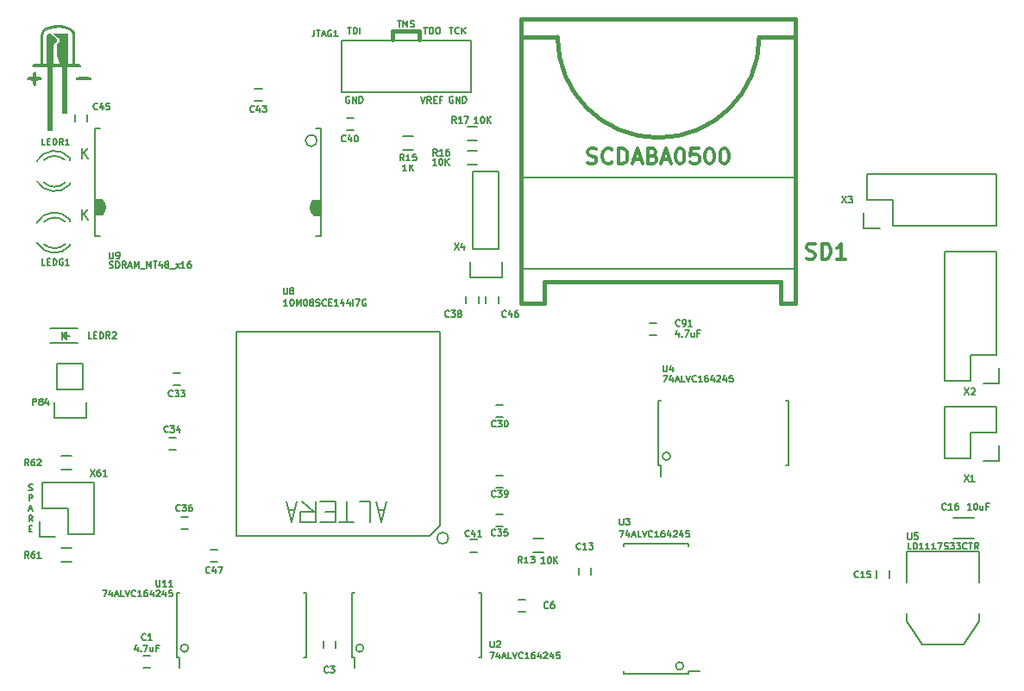
<source format=gto>
G04 #@! TF.FileFunction,Legend,Top*
%FSLAX46Y46*%
G04 Gerber Fmt 4.6, Leading zero omitted, Abs format (unit mm)*
G04 Created by KiCad (PCBNEW 4.0.2-stable) date 14/07/2016 12:53:21*
%MOMM*%
G01*
G04 APERTURE LIST*
%ADD10C,0.152400*%
%ADD11C,0.127000*%
%ADD12C,0.381000*%
%ADD13C,0.150000*%
%ADD14C,0.177800*%
%ADD15C,0.203200*%
%ADD16C,0.398780*%
%ADD17C,0.002540*%
%ADD18C,0.304800*%
G04 APERTURE END LIST*
D10*
D11*
X28318571Y-127850024D02*
X28409286Y-127880262D01*
X28560476Y-127880262D01*
X28620952Y-127850024D01*
X28651190Y-127819786D01*
X28681429Y-127759310D01*
X28681429Y-127698833D01*
X28651190Y-127638357D01*
X28620952Y-127608119D01*
X28560476Y-127577881D01*
X28439524Y-127547643D01*
X28379048Y-127517405D01*
X28348809Y-127487167D01*
X28318571Y-127426690D01*
X28318571Y-127366214D01*
X28348809Y-127305738D01*
X28379048Y-127275500D01*
X28439524Y-127245262D01*
X28590714Y-127245262D01*
X28681429Y-127275500D01*
X28333690Y-128896262D02*
X28333690Y-128261262D01*
X28575595Y-128261262D01*
X28636071Y-128291500D01*
X28666310Y-128321738D01*
X28696548Y-128382214D01*
X28696548Y-128472929D01*
X28666310Y-128533405D01*
X28636071Y-128563643D01*
X28575595Y-128593881D01*
X28333690Y-128593881D01*
X28348809Y-129730833D02*
X28651190Y-129730833D01*
X28288333Y-129912262D02*
X28500000Y-129277262D01*
X28711667Y-129912262D01*
X28696548Y-130928262D02*
X28484881Y-130625881D01*
X28333690Y-130928262D02*
X28333690Y-130293262D01*
X28575595Y-130293262D01*
X28636071Y-130323500D01*
X28666310Y-130353738D01*
X28696548Y-130414214D01*
X28696548Y-130504929D01*
X28666310Y-130565405D01*
X28636071Y-130595643D01*
X28575595Y-130625881D01*
X28333690Y-130625881D01*
X28363928Y-131611643D02*
X28575595Y-131611643D01*
X28666309Y-131944262D02*
X28363928Y-131944262D01*
X28363928Y-131309262D01*
X28666309Y-131309262D01*
D12*
X64050000Y-82675000D02*
X64050000Y-83575000D01*
X66650000Y-82700000D02*
X66650000Y-83575000D01*
X64050000Y-82700000D02*
X66650000Y-82700000D01*
D13*
X71350000Y-92075000D02*
X72350000Y-92075000D01*
X72350000Y-93425000D02*
X71350000Y-93425000D01*
X71350000Y-94475000D02*
X72350000Y-94475000D01*
X72350000Y-95825000D02*
X71350000Y-95825000D01*
X65050000Y-93075000D02*
X66050000Y-93075000D01*
X66050000Y-94425000D02*
X65050000Y-94425000D01*
X78850000Y-133950000D02*
X77850000Y-133950000D01*
X77850000Y-132600000D02*
X78850000Y-132600000D01*
X74200000Y-119450000D02*
X74900000Y-119450000D01*
X74900000Y-120650000D02*
X74200000Y-120650000D01*
X40250000Y-145300000D02*
X39550000Y-145300000D01*
X39550000Y-144100000D02*
X40250000Y-144100000D01*
X58425000Y-142650000D02*
X58425000Y-143350000D01*
X57225000Y-143350000D02*
X57225000Y-142650000D01*
X76400000Y-138550000D02*
X77100000Y-138550000D01*
X77100000Y-139750000D02*
X76400000Y-139750000D01*
X82300000Y-136150000D02*
X82300000Y-135450000D01*
X83500000Y-135450000D02*
X83500000Y-136150000D01*
X112750000Y-135750000D02*
X112750000Y-136450000D01*
X111550000Y-136450000D02*
X111550000Y-135750000D01*
X42800000Y-123900000D02*
X42100000Y-123900000D01*
X42100000Y-122700000D02*
X42800000Y-122700000D01*
X74200000Y-130225000D02*
X74900000Y-130225000D01*
X74900000Y-131425000D02*
X74200000Y-131425000D01*
X43950000Y-131650000D02*
X43250000Y-131650000D01*
X43250000Y-130450000D02*
X43950000Y-130450000D01*
X71250000Y-109450000D02*
X71250000Y-108750000D01*
X72450000Y-108750000D02*
X72450000Y-109450000D01*
X74200000Y-126425000D02*
X74900000Y-126425000D01*
X74900000Y-127625000D02*
X74200000Y-127625000D01*
X59500000Y-91250000D02*
X60200000Y-91250000D01*
X60200000Y-92450000D02*
X59500000Y-92450000D01*
X71600000Y-132700000D02*
X72300000Y-132700000D01*
X72300000Y-133900000D02*
X71600000Y-133900000D01*
X50500000Y-88400000D02*
X51200000Y-88400000D01*
X51200000Y-89600000D02*
X50500000Y-89600000D01*
X34025000Y-90925000D02*
X34025000Y-91625000D01*
X32825000Y-91625000D02*
X32825000Y-90925000D01*
X73200000Y-109450000D02*
X73200000Y-108750000D01*
X74400000Y-108750000D02*
X74400000Y-109450000D01*
X46850000Y-134850000D02*
X46150000Y-134850000D01*
X46150000Y-133650000D02*
X46850000Y-133650000D01*
D14*
X34800200Y-102850980D02*
X35300580Y-102850980D01*
X34800200Y-92249020D02*
X35300580Y-92249020D01*
X57002340Y-92249020D02*
X56501960Y-92249020D01*
X57002340Y-102850980D02*
X56501960Y-102850980D01*
X35552040Y-100648800D02*
X34851000Y-100648800D01*
X34851000Y-100498940D02*
X35651100Y-100498940D01*
X35701900Y-100349080D02*
X34851000Y-100349080D01*
X34802740Y-100199220D02*
X35752700Y-100199220D01*
X35752700Y-99950300D02*
X34851000Y-99950300D01*
X34851000Y-99851240D02*
X35701900Y-99851240D01*
X35701900Y-99749640D02*
X34851000Y-99749640D01*
X34802740Y-99599780D02*
X35651100Y-99599780D01*
X35602840Y-99449920D02*
X34851000Y-99449920D01*
X35501240Y-99300060D02*
X34802740Y-99300060D01*
X35552040Y-100750400D02*
X34802740Y-100750400D01*
X56951540Y-100699600D02*
X56301300Y-100699600D01*
X56151440Y-100600540D02*
X56999800Y-100600540D01*
X56951540Y-100450680D02*
X56151440Y-100450680D01*
X56049840Y-100349080D02*
X56951540Y-100349080D01*
X56999800Y-100199220D02*
X56049840Y-100199220D01*
X56999800Y-99899500D02*
X56049840Y-99899500D01*
X56999800Y-99800440D02*
X56049840Y-99800440D01*
X56999800Y-99650580D02*
X56100640Y-99650580D01*
X56999800Y-99500720D02*
X56151440Y-99500720D01*
X56250500Y-99350860D02*
X56999800Y-99350860D01*
X56301300Y-100801200D02*
X56999800Y-100801200D01*
X56247960Y-99350860D02*
G75*
G03X56301300Y-100801200I751840J-698500D01*
G01*
X35552040Y-100747860D02*
G75*
G03X35501240Y-99300060I-749300J698500D01*
G01*
X34802740Y-100049360D02*
X35800960Y-100049360D01*
X56999800Y-100049360D02*
X56001580Y-100049360D01*
X56608720Y-93478380D02*
G75*
G03X56608720Y-93478380I-563960J0D01*
G01*
X57002340Y-102850980D02*
X57002340Y-92249020D01*
X34800200Y-102850980D02*
X34800200Y-92249020D01*
D13*
X43200000Y-117550000D02*
X42500000Y-117550000D01*
X42500000Y-116350000D02*
X43200000Y-116350000D01*
X121606000Y-136926000D02*
X121606000Y-133878000D01*
X121606000Y-133878000D02*
X114494000Y-133878000D01*
X114494000Y-133878000D02*
X114494000Y-136926000D01*
X121606000Y-139974000D02*
X121606000Y-140736000D01*
X121606000Y-140736000D02*
X120082000Y-143022000D01*
X120082000Y-143022000D02*
X116018000Y-143022000D01*
X116018000Y-143022000D02*
X114494000Y-140736000D01*
X114494000Y-140736000D02*
X114494000Y-139974000D01*
D15*
X59000000Y-88740000D02*
X71700000Y-88740000D01*
X71700000Y-88740000D02*
X71700000Y-83660000D01*
X71700000Y-83660000D02*
X59000000Y-83660000D01*
X59000000Y-83660000D02*
X59000000Y-88740000D01*
X76599900Y-106100180D02*
X103600100Y-106100180D01*
X76599900Y-97100960D02*
X103650900Y-97100960D01*
D16*
X100049180Y-83301140D02*
X103600100Y-83301140D01*
X80199080Y-83301140D02*
X76599900Y-83301140D01*
X76599900Y-109501240D02*
X78901140Y-109501240D01*
X78901140Y-109501240D02*
X78850340Y-109450440D01*
X102098960Y-109501240D02*
X103600100Y-109501240D01*
X78901140Y-109450440D02*
X78901140Y-107349860D01*
X78901140Y-107349860D02*
X102098960Y-107349860D01*
X102098960Y-107349860D02*
X102098960Y-109501240D01*
X103600100Y-109501240D02*
X103600100Y-81500280D01*
X103600100Y-81500280D02*
X76599900Y-81500280D01*
X76599900Y-81500280D02*
X76599900Y-109501240D01*
D12*
X80214320Y-83293520D02*
G75*
G03X90115240Y-93194440I9900920J0D01*
G01*
X90115240Y-93194440D02*
G75*
G03X100016160Y-83293520I0J9900920D01*
G01*
D13*
X74470000Y-104130000D02*
X74470000Y-96510000D01*
X71930000Y-104130000D02*
X71930000Y-96510000D01*
X71650000Y-106950000D02*
X71650000Y-105400000D01*
X74470000Y-96510000D02*
X71930000Y-96510000D01*
X71930000Y-104130000D02*
X74470000Y-104130000D01*
X74750000Y-105400000D02*
X74750000Y-106950000D01*
X74750000Y-106950000D02*
X71650000Y-106950000D01*
X32349000Y-95186000D02*
X32349000Y-95386000D01*
X32349000Y-97780000D02*
X32349000Y-97600000D01*
X29121256Y-97469643D02*
G75*
G03X32349000Y-97786000I1727744J1003643D01*
G01*
X29796994Y-97599068D02*
G75*
G03X31900000Y-97600000I1052006J1133068D01*
G01*
X32336220Y-95159274D02*
G75*
G03X29099000Y-95506000I-1497220J-1306726D01*
G01*
X31862889Y-95386747D02*
G75*
G03X29815000Y-95406000I-1013889J-1079253D01*
G01*
X32349000Y-101236000D02*
X32349000Y-101436000D01*
X32349000Y-103830000D02*
X32349000Y-103650000D01*
X29121256Y-103519643D02*
G75*
G03X32349000Y-103836000I1727744J1003643D01*
G01*
X29796994Y-103649068D02*
G75*
G03X31900000Y-103650000I1052006J1133068D01*
G01*
X32336220Y-101209274D02*
G75*
G03X29099000Y-101556000I-1497220J-1306726D01*
G01*
X31862889Y-101436747D02*
G75*
G03X29815000Y-101456000I-1013889J-1079253D01*
G01*
X89950000Y-112625000D02*
X89250000Y-112625000D01*
X89250000Y-111425000D02*
X89950000Y-111425000D01*
X123525000Y-123425000D02*
X123525000Y-124975000D01*
X121975000Y-124975000D02*
X123525000Y-124975000D01*
X123245000Y-122155000D02*
X120705000Y-122155000D01*
X120705000Y-122155000D02*
X120705000Y-124695000D01*
X120705000Y-124695000D02*
X118165000Y-124695000D01*
X118165000Y-124695000D02*
X118165000Y-119615000D01*
X118165000Y-119615000D02*
X123245000Y-119615000D01*
X123245000Y-119615000D02*
X123245000Y-122155000D01*
X121050000Y-130525000D02*
X119050000Y-130525000D01*
X119050000Y-132575000D02*
X121050000Y-132575000D01*
X118165000Y-117070000D02*
X118165000Y-104370000D01*
X118165000Y-104370000D02*
X123245000Y-104370000D01*
X123245000Y-104370000D02*
X123245000Y-114530000D01*
X118165000Y-117070000D02*
X120705000Y-117070000D01*
X121975000Y-117350000D02*
X123525000Y-117350000D01*
X120705000Y-117070000D02*
X120705000Y-114530000D01*
X120705000Y-114530000D02*
X123245000Y-114530000D01*
X123525000Y-117350000D02*
X123525000Y-115800000D01*
X110555000Y-96740000D02*
X123255000Y-96740000D01*
X123255000Y-96740000D02*
X123255000Y-101820000D01*
X123255000Y-101820000D02*
X113095000Y-101820000D01*
X110555000Y-96740000D02*
X110555000Y-99280000D01*
X110275000Y-100550000D02*
X110275000Y-102100000D01*
X110555000Y-99280000D02*
X113095000Y-99280000D01*
X113095000Y-99280000D02*
X113095000Y-101820000D01*
X110275000Y-102100000D02*
X111825000Y-102100000D01*
X30375000Y-113400000D02*
X33075000Y-113400000D01*
X30375000Y-111900000D02*
X33075000Y-111900000D01*
X31875000Y-112800000D02*
X31875000Y-112550000D01*
X31875000Y-112550000D02*
X31725000Y-112700000D01*
X31625000Y-112300000D02*
X31625000Y-113000000D01*
X31975000Y-112650000D02*
X32325000Y-112650000D01*
X31625000Y-112650000D02*
X31975000Y-112300000D01*
X31975000Y-112300000D02*
X31975000Y-113000000D01*
X31975000Y-113000000D02*
X31625000Y-112650000D01*
X31105000Y-117905000D02*
X31105000Y-115365000D01*
X30825000Y-120725000D02*
X30825000Y-119175000D01*
X31105000Y-117905000D02*
X33645000Y-117905000D01*
X33925000Y-119175000D02*
X33925000Y-120725000D01*
X33925000Y-120725000D02*
X30825000Y-120725000D01*
X33645000Y-117905000D02*
X33645000Y-115365000D01*
X33645000Y-115365000D02*
X31105000Y-115365000D01*
D17*
G36*
X33381180Y-86090820D02*
X33348160Y-86154320D01*
X33233860Y-86194960D01*
X33002720Y-86212740D01*
X32703000Y-86217820D01*
X32619180Y-86217820D01*
X32619180Y-85963820D01*
X32619180Y-84399180D01*
X32616640Y-83848000D01*
X32614100Y-83441600D01*
X32601400Y-83152040D01*
X32583620Y-82956460D01*
X32550600Y-82826920D01*
X32504880Y-82740560D01*
X32441380Y-82671980D01*
X32433760Y-82664360D01*
X32118800Y-82473860D01*
X31699700Y-82357020D01*
X31224720Y-82318920D01*
X30737040Y-82351940D01*
X30284920Y-82458620D01*
X29914080Y-82636420D01*
X29807400Y-82720240D01*
X29751520Y-82783740D01*
X29713420Y-82882800D01*
X29685480Y-83037740D01*
X29667700Y-83276500D01*
X29660080Y-83624480D01*
X29655000Y-84102000D01*
X29655000Y-84409340D01*
X29655000Y-85963820D01*
X29868360Y-85963820D01*
X30079180Y-85963820D01*
X30079180Y-84483000D01*
X30079180Y-83921660D01*
X30086800Y-83512720D01*
X30109660Y-83235860D01*
X30150300Y-83070760D01*
X30221420Y-83002180D01*
X30325560Y-83007260D01*
X30472880Y-83068220D01*
X30589720Y-83129180D01*
X30825940Y-83296820D01*
X30965640Y-83484780D01*
X30991040Y-83657500D01*
X30891980Y-83781960D01*
X30841180Y-83804820D01*
X30770060Y-83837840D01*
X30721800Y-83906420D01*
X30693860Y-84038500D01*
X30678620Y-84262020D01*
X30671000Y-84607460D01*
X30671000Y-84909720D01*
X30671000Y-85963820D01*
X31054540Y-85963820D01*
X31438080Y-85963820D01*
X31265360Y-85628540D01*
X31166300Y-85377080D01*
X31112960Y-85074820D01*
X31095180Y-84665880D01*
X31095180Y-84612540D01*
X31102800Y-84297580D01*
X31125660Y-84058820D01*
X31156140Y-83939440D01*
X31166300Y-83931820D01*
X31247580Y-83863240D01*
X31339020Y-83705760D01*
X31382200Y-83494940D01*
X31288220Y-83365400D01*
X31171380Y-83340000D01*
X31077400Y-83289200D01*
X30925000Y-83169820D01*
X30729420Y-82999640D01*
X31420300Y-82999640D01*
X32111180Y-82999640D01*
X32111180Y-84483000D01*
X32111180Y-85963820D01*
X32365180Y-85963820D01*
X32619180Y-85963820D01*
X32619180Y-86217820D01*
X32027360Y-86217820D01*
X32027360Y-88503820D01*
X32027360Y-90789820D01*
X31814000Y-90789820D01*
X31603180Y-90789820D01*
X31603180Y-88503820D01*
X31603180Y-86217820D01*
X31095180Y-86217820D01*
X30587180Y-86217820D01*
X30587180Y-89349640D01*
X30587180Y-92484000D01*
X30376360Y-92484000D01*
X30163000Y-92484000D01*
X30163000Y-89349640D01*
X30163000Y-86217820D01*
X29401000Y-86217820D01*
X29030160Y-86212740D01*
X28799020Y-86194960D01*
X28677100Y-86159400D01*
X28639000Y-86098440D01*
X28639000Y-86090820D01*
X28684720Y-86009540D01*
X28842200Y-85971440D01*
X29063180Y-85963820D01*
X29487360Y-85963820D01*
X29487360Y-84411880D01*
X29487360Y-83863240D01*
X29492440Y-83454300D01*
X29502600Y-83164740D01*
X29525460Y-82969160D01*
X29555940Y-82837080D01*
X29604200Y-82743100D01*
X29667700Y-82666900D01*
X30018220Y-82405280D01*
X30470340Y-82232560D01*
X30978340Y-82151280D01*
X31501580Y-82161440D01*
X31999420Y-82263040D01*
X32423600Y-82461160D01*
X32596320Y-82595780D01*
X32662360Y-82664360D01*
X32713160Y-82745640D01*
X32746180Y-82862480D01*
X32769040Y-83042820D01*
X32781740Y-83306980D01*
X32786820Y-83685440D01*
X32786820Y-84201060D01*
X32789360Y-84368700D01*
X32789360Y-85963820D01*
X33084000Y-85963820D01*
X33302440Y-85991760D01*
X33381180Y-86078120D01*
X33381180Y-86090820D01*
X33381180Y-86090820D01*
X33381180Y-86090820D01*
G37*
X33381180Y-86090820D02*
X33348160Y-86154320D01*
X33233860Y-86194960D01*
X33002720Y-86212740D01*
X32703000Y-86217820D01*
X32619180Y-86217820D01*
X32619180Y-85963820D01*
X32619180Y-84399180D01*
X32616640Y-83848000D01*
X32614100Y-83441600D01*
X32601400Y-83152040D01*
X32583620Y-82956460D01*
X32550600Y-82826920D01*
X32504880Y-82740560D01*
X32441380Y-82671980D01*
X32433760Y-82664360D01*
X32118800Y-82473860D01*
X31699700Y-82357020D01*
X31224720Y-82318920D01*
X30737040Y-82351940D01*
X30284920Y-82458620D01*
X29914080Y-82636420D01*
X29807400Y-82720240D01*
X29751520Y-82783740D01*
X29713420Y-82882800D01*
X29685480Y-83037740D01*
X29667700Y-83276500D01*
X29660080Y-83624480D01*
X29655000Y-84102000D01*
X29655000Y-84409340D01*
X29655000Y-85963820D01*
X29868360Y-85963820D01*
X30079180Y-85963820D01*
X30079180Y-84483000D01*
X30079180Y-83921660D01*
X30086800Y-83512720D01*
X30109660Y-83235860D01*
X30150300Y-83070760D01*
X30221420Y-83002180D01*
X30325560Y-83007260D01*
X30472880Y-83068220D01*
X30589720Y-83129180D01*
X30825940Y-83296820D01*
X30965640Y-83484780D01*
X30991040Y-83657500D01*
X30891980Y-83781960D01*
X30841180Y-83804820D01*
X30770060Y-83837840D01*
X30721800Y-83906420D01*
X30693860Y-84038500D01*
X30678620Y-84262020D01*
X30671000Y-84607460D01*
X30671000Y-84909720D01*
X30671000Y-85963820D01*
X31054540Y-85963820D01*
X31438080Y-85963820D01*
X31265360Y-85628540D01*
X31166300Y-85377080D01*
X31112960Y-85074820D01*
X31095180Y-84665880D01*
X31095180Y-84612540D01*
X31102800Y-84297580D01*
X31125660Y-84058820D01*
X31156140Y-83939440D01*
X31166300Y-83931820D01*
X31247580Y-83863240D01*
X31339020Y-83705760D01*
X31382200Y-83494940D01*
X31288220Y-83365400D01*
X31171380Y-83340000D01*
X31077400Y-83289200D01*
X30925000Y-83169820D01*
X30729420Y-82999640D01*
X31420300Y-82999640D01*
X32111180Y-82999640D01*
X32111180Y-84483000D01*
X32111180Y-85963820D01*
X32365180Y-85963820D01*
X32619180Y-85963820D01*
X32619180Y-86217820D01*
X32027360Y-86217820D01*
X32027360Y-88503820D01*
X32027360Y-90789820D01*
X31814000Y-90789820D01*
X31603180Y-90789820D01*
X31603180Y-88503820D01*
X31603180Y-86217820D01*
X31095180Y-86217820D01*
X30587180Y-86217820D01*
X30587180Y-89349640D01*
X30587180Y-92484000D01*
X30376360Y-92484000D01*
X30163000Y-92484000D01*
X30163000Y-89349640D01*
X30163000Y-86217820D01*
X29401000Y-86217820D01*
X29030160Y-86212740D01*
X28799020Y-86194960D01*
X28677100Y-86159400D01*
X28639000Y-86098440D01*
X28639000Y-86090820D01*
X28684720Y-86009540D01*
X28842200Y-85971440D01*
X29063180Y-85963820D01*
X29487360Y-85963820D01*
X29487360Y-84411880D01*
X29487360Y-83863240D01*
X29492440Y-83454300D01*
X29502600Y-83164740D01*
X29525460Y-82969160D01*
X29555940Y-82837080D01*
X29604200Y-82743100D01*
X29667700Y-82666900D01*
X30018220Y-82405280D01*
X30470340Y-82232560D01*
X30978340Y-82151280D01*
X31501580Y-82161440D01*
X31999420Y-82263040D01*
X32423600Y-82461160D01*
X32596320Y-82595780D01*
X32662360Y-82664360D01*
X32713160Y-82745640D01*
X32746180Y-82862480D01*
X32769040Y-83042820D01*
X32781740Y-83306980D01*
X32786820Y-83685440D01*
X32786820Y-84201060D01*
X32789360Y-84368700D01*
X32789360Y-85963820D01*
X33084000Y-85963820D01*
X33302440Y-85991760D01*
X33381180Y-86078120D01*
X33381180Y-86090820D01*
X33381180Y-86090820D01*
G36*
X29571180Y-87360820D02*
X29507680Y-87454800D01*
X29301940Y-87487820D01*
X29274000Y-87487820D01*
X29075880Y-87500520D01*
X28994600Y-87574180D01*
X28979360Y-87762140D01*
X28979360Y-87785000D01*
X28951420Y-88003440D01*
X28862520Y-88079640D01*
X28852360Y-88079640D01*
X28758380Y-88016140D01*
X28725360Y-87810400D01*
X28725360Y-87785000D01*
X28710120Y-87584340D01*
X28636460Y-87503060D01*
X28451040Y-87487820D01*
X28428180Y-87487820D01*
X28209740Y-87459880D01*
X28131000Y-87370980D01*
X28131000Y-87360820D01*
X28194500Y-87266840D01*
X28400240Y-87233820D01*
X28428180Y-87233820D01*
X28626300Y-87218580D01*
X28707580Y-87147460D01*
X28725360Y-86979820D01*
X28760920Y-86776620D01*
X28852360Y-86725820D01*
X28951420Y-86802020D01*
X28979360Y-86979820D01*
X28994600Y-87150000D01*
X29078420Y-87221120D01*
X29274000Y-87233820D01*
X29492440Y-87261760D01*
X29571180Y-87348120D01*
X29571180Y-87360820D01*
X29571180Y-87360820D01*
X29571180Y-87360820D01*
G37*
X29571180Y-87360820D02*
X29507680Y-87454800D01*
X29301940Y-87487820D01*
X29274000Y-87487820D01*
X29075880Y-87500520D01*
X28994600Y-87574180D01*
X28979360Y-87762140D01*
X28979360Y-87785000D01*
X28951420Y-88003440D01*
X28862520Y-88079640D01*
X28852360Y-88079640D01*
X28758380Y-88016140D01*
X28725360Y-87810400D01*
X28725360Y-87785000D01*
X28710120Y-87584340D01*
X28636460Y-87503060D01*
X28451040Y-87487820D01*
X28428180Y-87487820D01*
X28209740Y-87459880D01*
X28131000Y-87370980D01*
X28131000Y-87360820D01*
X28194500Y-87266840D01*
X28400240Y-87233820D01*
X28428180Y-87233820D01*
X28626300Y-87218580D01*
X28707580Y-87147460D01*
X28725360Y-86979820D01*
X28760920Y-86776620D01*
X28852360Y-86725820D01*
X28951420Y-86802020D01*
X28979360Y-86979820D01*
X28994600Y-87150000D01*
X29078420Y-87221120D01*
X29274000Y-87233820D01*
X29492440Y-87261760D01*
X29571180Y-87348120D01*
X29571180Y-87360820D01*
X29571180Y-87360820D01*
G36*
X34397180Y-87360820D02*
X34366700Y-87424320D01*
X34254940Y-87462420D01*
X34031420Y-87482740D01*
X33678360Y-87487820D01*
X33317680Y-87482740D01*
X33096700Y-87462420D01*
X32987480Y-87421780D01*
X32957000Y-87360820D01*
X32987480Y-87297320D01*
X33099240Y-87259220D01*
X33322760Y-87238900D01*
X33678360Y-87233820D01*
X34036500Y-87238900D01*
X34257480Y-87259220D01*
X34366700Y-87297320D01*
X34397180Y-87360820D01*
X34397180Y-87360820D01*
X34397180Y-87360820D01*
G37*
X34397180Y-87360820D02*
X34366700Y-87424320D01*
X34254940Y-87462420D01*
X34031420Y-87482740D01*
X33678360Y-87487820D01*
X33317680Y-87482740D01*
X33096700Y-87462420D01*
X32987480Y-87421780D01*
X32957000Y-87360820D01*
X32987480Y-87297320D01*
X33099240Y-87259220D01*
X33322760Y-87238900D01*
X33678360Y-87233820D01*
X34036500Y-87238900D01*
X34257480Y-87259220D01*
X34366700Y-87297320D01*
X34397180Y-87360820D01*
X34397180Y-87360820D01*
D13*
X32525000Y-134875000D02*
X31525000Y-134875000D01*
X31525000Y-133525000D02*
X32525000Y-133525000D01*
X32525000Y-125775000D02*
X31525000Y-125775000D01*
X31525000Y-124425000D02*
X32525000Y-124425000D01*
X30925000Y-132450000D02*
X29375000Y-132450000D01*
X29375000Y-130900000D02*
X29375000Y-132450000D01*
X32195000Y-132170000D02*
X32195000Y-129630000D01*
X32195000Y-129630000D02*
X29655000Y-129630000D01*
X29655000Y-129630000D02*
X29655000Y-127090000D01*
X29655000Y-127090000D02*
X34735000Y-127090000D01*
X34735000Y-127090000D02*
X34735000Y-132170000D01*
X34735000Y-132170000D02*
X32195000Y-132170000D01*
X43980789Y-143350000D02*
G75*
G03X43980789Y-143350000I-380789J0D01*
G01*
X42825000Y-144225000D02*
X43082500Y-144225000D01*
X42825000Y-137875000D02*
X43082500Y-137875000D01*
X55575000Y-137875000D02*
X55317500Y-137875000D01*
X55575000Y-144225000D02*
X55317500Y-144225000D01*
X42825000Y-144225000D02*
X42825000Y-137875000D01*
X55575000Y-144225000D02*
X55575000Y-137875000D01*
X43082500Y-144225000D02*
X43082500Y-145300000D01*
X61180789Y-143350000D02*
G75*
G03X61180789Y-143350000I-380789J0D01*
G01*
X60025000Y-144225000D02*
X60282500Y-144225000D01*
X60025000Y-137875000D02*
X60282500Y-137875000D01*
X72775000Y-137875000D02*
X72517500Y-137875000D01*
X72775000Y-144225000D02*
X72517500Y-144225000D01*
X60025000Y-144225000D02*
X60025000Y-137875000D01*
X72775000Y-144225000D02*
X72775000Y-137875000D01*
X60282500Y-144225000D02*
X60282500Y-145300000D01*
X92580789Y-145100000D02*
G75*
G03X92580789Y-145100000I-380789J0D01*
G01*
X93075000Y-145875000D02*
X93075000Y-145617500D01*
X86725000Y-145875000D02*
X86725000Y-145617500D01*
X86725000Y-133125000D02*
X86725000Y-133382500D01*
X93075000Y-133125000D02*
X93075000Y-133382500D01*
X93075000Y-145875000D02*
X86725000Y-145875000D01*
X93075000Y-133125000D02*
X86725000Y-133125000D01*
X93075000Y-145617500D02*
X94150000Y-145617500D01*
X91280789Y-124500000D02*
G75*
G03X91280789Y-124500000I-380789J0D01*
G01*
X90125000Y-125375000D02*
X90382500Y-125375000D01*
X90125000Y-119025000D02*
X90382500Y-119025000D01*
X102875000Y-119025000D02*
X102617500Y-119025000D01*
X102875000Y-125375000D02*
X102617500Y-125375000D01*
X90125000Y-125375000D02*
X90125000Y-119025000D01*
X102875000Y-125375000D02*
X102875000Y-119025000D01*
X90382500Y-125375000D02*
X90382500Y-126450000D01*
X54100000Y-130950000D02*
X53600000Y-128950000D01*
X54600000Y-128950000D02*
X54100000Y-130950000D01*
X54400000Y-129750000D02*
X53850000Y-129750000D01*
X56300000Y-129950000D02*
X55100000Y-128950000D01*
X56500000Y-130950000D02*
X55000000Y-130950000D01*
X55000000Y-130950000D02*
X55000000Y-129950000D01*
X55000000Y-129950000D02*
X56500000Y-129950000D01*
X56500000Y-130950000D02*
X56500000Y-128950000D01*
X58400000Y-129950000D02*
X57400000Y-129950000D01*
X58400000Y-130950000D02*
X56900000Y-130950000D01*
X58400000Y-130950000D02*
X58400000Y-128950000D01*
X58400000Y-128950000D02*
X56900000Y-128950000D01*
X59500000Y-130950000D02*
X59500000Y-128950000D01*
X60200000Y-130950000D02*
X58800000Y-130950000D01*
X61800000Y-130950000D02*
X61800000Y-128950000D01*
X61800000Y-128950000D02*
X60800000Y-128950000D01*
X63200000Y-129750000D02*
X62650000Y-129750000D01*
X63400000Y-128950000D02*
X62900000Y-130950000D01*
X62900000Y-130950000D02*
X62400000Y-128950000D01*
D15*
X67699220Y-132299980D02*
X49700780Y-132299980D01*
X68699980Y-113300780D02*
X68699980Y-131299220D01*
X49700780Y-112300020D02*
X67699220Y-112300020D01*
X48700020Y-131299220D02*
X48700020Y-113300780D01*
X69508911Y-132548900D02*
G75*
G03X69508911Y-132548900I-560011J0D01*
G01*
X67699220Y-132299980D02*
X68699980Y-131299220D01*
X68699980Y-112300020D02*
X67699220Y-112300020D01*
X68699980Y-112300020D02*
X68699980Y-113300780D01*
X48700020Y-112300020D02*
X49700780Y-112300020D01*
X48700020Y-112300020D02*
X48700020Y-113300780D01*
X48700020Y-132299980D02*
X49700780Y-132299980D01*
X48700020Y-132299980D02*
X48700020Y-131299220D01*
D11*
X70266786Y-91762262D02*
X70055119Y-91459881D01*
X69903928Y-91762262D02*
X69903928Y-91127262D01*
X70145833Y-91127262D01*
X70206309Y-91157500D01*
X70236548Y-91187738D01*
X70266786Y-91248214D01*
X70266786Y-91338929D01*
X70236548Y-91399405D01*
X70206309Y-91429643D01*
X70145833Y-91459881D01*
X69903928Y-91459881D01*
X70871548Y-91762262D02*
X70508690Y-91762262D01*
X70690119Y-91762262D02*
X70690119Y-91127262D01*
X70629643Y-91217976D01*
X70569167Y-91278452D01*
X70508690Y-91308690D01*
X71083214Y-91127262D02*
X71506548Y-91127262D01*
X71234405Y-91762262D01*
X72436548Y-91762262D02*
X72073690Y-91762262D01*
X72255119Y-91762262D02*
X72255119Y-91127262D01*
X72194643Y-91217976D01*
X72134167Y-91278452D01*
X72073690Y-91308690D01*
X72829643Y-91127262D02*
X72890119Y-91127262D01*
X72950595Y-91157500D01*
X72980833Y-91187738D01*
X73011071Y-91248214D01*
X73041310Y-91369167D01*
X73041310Y-91520357D01*
X73011071Y-91641310D01*
X72980833Y-91701786D01*
X72950595Y-91732024D01*
X72890119Y-91762262D01*
X72829643Y-91762262D01*
X72769167Y-91732024D01*
X72738929Y-91701786D01*
X72708690Y-91641310D01*
X72678452Y-91520357D01*
X72678452Y-91369167D01*
X72708690Y-91248214D01*
X72738929Y-91187738D01*
X72769167Y-91157500D01*
X72829643Y-91127262D01*
X73313452Y-91762262D02*
X73313452Y-91127262D01*
X73676310Y-91762262D02*
X73404167Y-91399405D01*
X73676310Y-91127262D02*
X73313452Y-91490119D01*
X68391786Y-94962262D02*
X68180119Y-94659881D01*
X68028928Y-94962262D02*
X68028928Y-94327262D01*
X68270833Y-94327262D01*
X68331309Y-94357500D01*
X68361548Y-94387738D01*
X68391786Y-94448214D01*
X68391786Y-94538929D01*
X68361548Y-94599405D01*
X68331309Y-94629643D01*
X68270833Y-94659881D01*
X68028928Y-94659881D01*
X68996548Y-94962262D02*
X68633690Y-94962262D01*
X68815119Y-94962262D02*
X68815119Y-94327262D01*
X68754643Y-94417976D01*
X68694167Y-94478452D01*
X68633690Y-94508690D01*
X69540833Y-94327262D02*
X69419881Y-94327262D01*
X69359405Y-94357500D01*
X69329167Y-94387738D01*
X69268690Y-94478452D01*
X69238452Y-94599405D01*
X69238452Y-94841310D01*
X69268690Y-94901786D01*
X69298929Y-94932024D01*
X69359405Y-94962262D01*
X69480357Y-94962262D01*
X69540833Y-94932024D01*
X69571071Y-94901786D01*
X69601310Y-94841310D01*
X69601310Y-94690119D01*
X69571071Y-94629643D01*
X69540833Y-94599405D01*
X69480357Y-94569167D01*
X69359405Y-94569167D01*
X69298929Y-94599405D01*
X69268690Y-94629643D01*
X69238452Y-94690119D01*
X68336548Y-95887262D02*
X67973690Y-95887262D01*
X68155119Y-95887262D02*
X68155119Y-95252262D01*
X68094643Y-95342976D01*
X68034167Y-95403452D01*
X67973690Y-95433690D01*
X68729643Y-95252262D02*
X68790119Y-95252262D01*
X68850595Y-95282500D01*
X68880833Y-95312738D01*
X68911071Y-95373214D01*
X68941310Y-95494167D01*
X68941310Y-95645357D01*
X68911071Y-95766310D01*
X68880833Y-95826786D01*
X68850595Y-95857024D01*
X68790119Y-95887262D01*
X68729643Y-95887262D01*
X68669167Y-95857024D01*
X68638929Y-95826786D01*
X68608690Y-95766310D01*
X68578452Y-95645357D01*
X68578452Y-95494167D01*
X68608690Y-95373214D01*
X68638929Y-95312738D01*
X68669167Y-95282500D01*
X68729643Y-95252262D01*
X69213452Y-95887262D02*
X69213452Y-95252262D01*
X69576310Y-95887262D02*
X69304167Y-95524405D01*
X69576310Y-95252262D02*
X69213452Y-95615119D01*
X65141786Y-95437262D02*
X64930119Y-95134881D01*
X64778928Y-95437262D02*
X64778928Y-94802262D01*
X65020833Y-94802262D01*
X65081309Y-94832500D01*
X65111548Y-94862738D01*
X65141786Y-94923214D01*
X65141786Y-95013929D01*
X65111548Y-95074405D01*
X65081309Y-95104643D01*
X65020833Y-95134881D01*
X64778928Y-95134881D01*
X65746548Y-95437262D02*
X65383690Y-95437262D01*
X65565119Y-95437262D02*
X65565119Y-94802262D01*
X65504643Y-94892976D01*
X65444167Y-94953452D01*
X65383690Y-94983690D01*
X66321071Y-94802262D02*
X66018690Y-94802262D01*
X65988452Y-95104643D01*
X66018690Y-95074405D01*
X66079167Y-95044167D01*
X66230357Y-95044167D01*
X66290833Y-95074405D01*
X66321071Y-95104643D01*
X66351310Y-95165119D01*
X66351310Y-95316310D01*
X66321071Y-95376786D01*
X66290833Y-95407024D01*
X66230357Y-95437262D01*
X66079167Y-95437262D01*
X66018690Y-95407024D01*
X65988452Y-95376786D01*
X65413929Y-96437262D02*
X65051071Y-96437262D01*
X65232500Y-96437262D02*
X65232500Y-95802262D01*
X65172024Y-95892976D01*
X65111548Y-95953452D01*
X65051071Y-95983690D01*
X65686071Y-96437262D02*
X65686071Y-95802262D01*
X66048929Y-96437262D02*
X65776786Y-96074405D01*
X66048929Y-95802262D02*
X65686071Y-96165119D01*
X76741786Y-134987262D02*
X76530119Y-134684881D01*
X76378928Y-134987262D02*
X76378928Y-134352262D01*
X76620833Y-134352262D01*
X76681309Y-134382500D01*
X76711548Y-134412738D01*
X76741786Y-134473214D01*
X76741786Y-134563929D01*
X76711548Y-134624405D01*
X76681309Y-134654643D01*
X76620833Y-134684881D01*
X76378928Y-134684881D01*
X77346548Y-134987262D02*
X76983690Y-134987262D01*
X77165119Y-134987262D02*
X77165119Y-134352262D01*
X77104643Y-134442976D01*
X77044167Y-134503452D01*
X76983690Y-134533690D01*
X77558214Y-134352262D02*
X77951310Y-134352262D01*
X77739643Y-134594167D01*
X77830357Y-134594167D01*
X77890833Y-134624405D01*
X77921071Y-134654643D01*
X77951310Y-134715119D01*
X77951310Y-134866310D01*
X77921071Y-134926786D01*
X77890833Y-134957024D01*
X77830357Y-134987262D01*
X77648929Y-134987262D01*
X77588452Y-134957024D01*
X77558214Y-134926786D01*
X78986548Y-135012262D02*
X78623690Y-135012262D01*
X78805119Y-135012262D02*
X78805119Y-134377262D01*
X78744643Y-134467976D01*
X78684167Y-134528452D01*
X78623690Y-134558690D01*
X79379643Y-134377262D02*
X79440119Y-134377262D01*
X79500595Y-134407500D01*
X79530833Y-134437738D01*
X79561071Y-134498214D01*
X79591310Y-134619167D01*
X79591310Y-134770357D01*
X79561071Y-134891310D01*
X79530833Y-134951786D01*
X79500595Y-134982024D01*
X79440119Y-135012262D01*
X79379643Y-135012262D01*
X79319167Y-134982024D01*
X79288929Y-134951786D01*
X79258690Y-134891310D01*
X79228452Y-134770357D01*
X79228452Y-134619167D01*
X79258690Y-134498214D01*
X79288929Y-134437738D01*
X79319167Y-134407500D01*
X79379643Y-134377262D01*
X79863452Y-135012262D02*
X79863452Y-134377262D01*
X80226310Y-135012262D02*
X79954167Y-134649405D01*
X80226310Y-134377262D02*
X79863452Y-134740119D01*
X74141786Y-121551786D02*
X74111548Y-121582024D01*
X74020833Y-121612262D01*
X73960357Y-121612262D01*
X73869643Y-121582024D01*
X73809167Y-121521548D01*
X73778928Y-121461071D01*
X73748690Y-121340119D01*
X73748690Y-121249405D01*
X73778928Y-121128452D01*
X73809167Y-121067976D01*
X73869643Y-121007500D01*
X73960357Y-120977262D01*
X74020833Y-120977262D01*
X74111548Y-121007500D01*
X74141786Y-121037738D01*
X74353452Y-120977262D02*
X74746548Y-120977262D01*
X74534881Y-121219167D01*
X74625595Y-121219167D01*
X74686071Y-121249405D01*
X74716309Y-121279643D01*
X74746548Y-121340119D01*
X74746548Y-121491310D01*
X74716309Y-121551786D01*
X74686071Y-121582024D01*
X74625595Y-121612262D01*
X74444167Y-121612262D01*
X74383690Y-121582024D01*
X74353452Y-121551786D01*
X75139643Y-120977262D02*
X75200119Y-120977262D01*
X75260595Y-121007500D01*
X75290833Y-121037738D01*
X75321071Y-121098214D01*
X75351310Y-121219167D01*
X75351310Y-121370357D01*
X75321071Y-121491310D01*
X75290833Y-121551786D01*
X75260595Y-121582024D01*
X75200119Y-121612262D01*
X75139643Y-121612262D01*
X75079167Y-121582024D01*
X75048929Y-121551786D01*
X75018690Y-121491310D01*
X74988452Y-121370357D01*
X74988452Y-121219167D01*
X75018690Y-121098214D01*
X75048929Y-121037738D01*
X75079167Y-121007500D01*
X75139643Y-120977262D01*
X39794167Y-142501786D02*
X39763929Y-142532024D01*
X39673214Y-142562262D01*
X39612738Y-142562262D01*
X39522024Y-142532024D01*
X39461548Y-142471548D01*
X39431309Y-142411071D01*
X39401071Y-142290119D01*
X39401071Y-142199405D01*
X39431309Y-142078452D01*
X39461548Y-142017976D01*
X39522024Y-141957500D01*
X39612738Y-141927262D01*
X39673214Y-141927262D01*
X39763929Y-141957500D01*
X39794167Y-141987738D01*
X40398929Y-142562262D02*
X40036071Y-142562262D01*
X40217500Y-142562262D02*
X40217500Y-141927262D01*
X40157024Y-142017976D01*
X40096548Y-142078452D01*
X40036071Y-142108690D01*
X39007976Y-143263929D02*
X39007976Y-143687262D01*
X38856786Y-143022024D02*
X38705595Y-143475595D01*
X39098691Y-143475595D01*
X39340595Y-143626786D02*
X39370834Y-143657024D01*
X39340595Y-143687262D01*
X39310357Y-143657024D01*
X39340595Y-143626786D01*
X39340595Y-143687262D01*
X39582500Y-143052262D02*
X40005834Y-143052262D01*
X39733691Y-143687262D01*
X40519881Y-143263929D02*
X40519881Y-143687262D01*
X40247738Y-143263929D02*
X40247738Y-143596548D01*
X40277977Y-143657024D01*
X40338453Y-143687262D01*
X40429167Y-143687262D01*
X40489643Y-143657024D01*
X40519881Y-143626786D01*
X41033929Y-143354643D02*
X40822262Y-143354643D01*
X40822262Y-143687262D02*
X40822262Y-143052262D01*
X41124643Y-143052262D01*
X57719167Y-145701786D02*
X57688929Y-145732024D01*
X57598214Y-145762262D01*
X57537738Y-145762262D01*
X57447024Y-145732024D01*
X57386548Y-145671548D01*
X57356309Y-145611071D01*
X57326071Y-145490119D01*
X57326071Y-145399405D01*
X57356309Y-145278452D01*
X57386548Y-145217976D01*
X57447024Y-145157500D01*
X57537738Y-145127262D01*
X57598214Y-145127262D01*
X57688929Y-145157500D01*
X57719167Y-145187738D01*
X57930833Y-145127262D02*
X58323929Y-145127262D01*
X58112262Y-145369167D01*
X58202976Y-145369167D01*
X58263452Y-145399405D01*
X58293690Y-145429643D01*
X58323929Y-145490119D01*
X58323929Y-145641310D01*
X58293690Y-145701786D01*
X58263452Y-145732024D01*
X58202976Y-145762262D01*
X58021548Y-145762262D01*
X57961071Y-145732024D01*
X57930833Y-145701786D01*
X79294167Y-139376786D02*
X79263929Y-139407024D01*
X79173214Y-139437262D01*
X79112738Y-139437262D01*
X79022024Y-139407024D01*
X78961548Y-139346548D01*
X78931309Y-139286071D01*
X78901071Y-139165119D01*
X78901071Y-139074405D01*
X78931309Y-138953452D01*
X78961548Y-138892976D01*
X79022024Y-138832500D01*
X79112738Y-138802262D01*
X79173214Y-138802262D01*
X79263929Y-138832500D01*
X79294167Y-138862738D01*
X79838452Y-138802262D02*
X79717500Y-138802262D01*
X79657024Y-138832500D01*
X79626786Y-138862738D01*
X79566309Y-138953452D01*
X79536071Y-139074405D01*
X79536071Y-139316310D01*
X79566309Y-139376786D01*
X79596548Y-139407024D01*
X79657024Y-139437262D01*
X79777976Y-139437262D01*
X79838452Y-139407024D01*
X79868690Y-139376786D01*
X79898929Y-139316310D01*
X79898929Y-139165119D01*
X79868690Y-139104643D01*
X79838452Y-139074405D01*
X79777976Y-139044167D01*
X79657024Y-139044167D01*
X79596548Y-139074405D01*
X79566309Y-139104643D01*
X79536071Y-139165119D01*
X82466786Y-133601786D02*
X82436548Y-133632024D01*
X82345833Y-133662262D01*
X82285357Y-133662262D01*
X82194643Y-133632024D01*
X82134167Y-133571548D01*
X82103928Y-133511071D01*
X82073690Y-133390119D01*
X82073690Y-133299405D01*
X82103928Y-133178452D01*
X82134167Y-133117976D01*
X82194643Y-133057500D01*
X82285357Y-133027262D01*
X82345833Y-133027262D01*
X82436548Y-133057500D01*
X82466786Y-133087738D01*
X83071548Y-133662262D02*
X82708690Y-133662262D01*
X82890119Y-133662262D02*
X82890119Y-133027262D01*
X82829643Y-133117976D01*
X82769167Y-133178452D01*
X82708690Y-133208690D01*
X83283214Y-133027262D02*
X83676310Y-133027262D01*
X83464643Y-133269167D01*
X83555357Y-133269167D01*
X83615833Y-133299405D01*
X83646071Y-133329643D01*
X83676310Y-133390119D01*
X83676310Y-133541310D01*
X83646071Y-133601786D01*
X83615833Y-133632024D01*
X83555357Y-133662262D01*
X83373929Y-133662262D01*
X83313452Y-133632024D01*
X83283214Y-133601786D01*
X109741786Y-136351786D02*
X109711548Y-136382024D01*
X109620833Y-136412262D01*
X109560357Y-136412262D01*
X109469643Y-136382024D01*
X109409167Y-136321548D01*
X109378928Y-136261071D01*
X109348690Y-136140119D01*
X109348690Y-136049405D01*
X109378928Y-135928452D01*
X109409167Y-135867976D01*
X109469643Y-135807500D01*
X109560357Y-135777262D01*
X109620833Y-135777262D01*
X109711548Y-135807500D01*
X109741786Y-135837738D01*
X110346548Y-136412262D02*
X109983690Y-136412262D01*
X110165119Y-136412262D02*
X110165119Y-135777262D01*
X110104643Y-135867976D01*
X110044167Y-135928452D01*
X109983690Y-135958690D01*
X110921071Y-135777262D02*
X110618690Y-135777262D01*
X110588452Y-136079643D01*
X110618690Y-136049405D01*
X110679167Y-136019167D01*
X110830357Y-136019167D01*
X110890833Y-136049405D01*
X110921071Y-136079643D01*
X110951310Y-136140119D01*
X110951310Y-136291310D01*
X110921071Y-136351786D01*
X110890833Y-136382024D01*
X110830357Y-136412262D01*
X110679167Y-136412262D01*
X110618690Y-136382024D01*
X110588452Y-136351786D01*
X41991786Y-122076786D02*
X41961548Y-122107024D01*
X41870833Y-122137262D01*
X41810357Y-122137262D01*
X41719643Y-122107024D01*
X41659167Y-122046548D01*
X41628928Y-121986071D01*
X41598690Y-121865119D01*
X41598690Y-121774405D01*
X41628928Y-121653452D01*
X41659167Y-121592976D01*
X41719643Y-121532500D01*
X41810357Y-121502262D01*
X41870833Y-121502262D01*
X41961548Y-121532500D01*
X41991786Y-121562738D01*
X42203452Y-121502262D02*
X42596548Y-121502262D01*
X42384881Y-121744167D01*
X42475595Y-121744167D01*
X42536071Y-121774405D01*
X42566309Y-121804643D01*
X42596548Y-121865119D01*
X42596548Y-122016310D01*
X42566309Y-122076786D01*
X42536071Y-122107024D01*
X42475595Y-122137262D01*
X42294167Y-122137262D01*
X42233690Y-122107024D01*
X42203452Y-122076786D01*
X43140833Y-121713929D02*
X43140833Y-122137262D01*
X42989643Y-121472024D02*
X42838452Y-121925595D01*
X43231548Y-121925595D01*
X74116786Y-132251786D02*
X74086548Y-132282024D01*
X73995833Y-132312262D01*
X73935357Y-132312262D01*
X73844643Y-132282024D01*
X73784167Y-132221548D01*
X73753928Y-132161071D01*
X73723690Y-132040119D01*
X73723690Y-131949405D01*
X73753928Y-131828452D01*
X73784167Y-131767976D01*
X73844643Y-131707500D01*
X73935357Y-131677262D01*
X73995833Y-131677262D01*
X74086548Y-131707500D01*
X74116786Y-131737738D01*
X74328452Y-131677262D02*
X74721548Y-131677262D01*
X74509881Y-131919167D01*
X74600595Y-131919167D01*
X74661071Y-131949405D01*
X74691309Y-131979643D01*
X74721548Y-132040119D01*
X74721548Y-132191310D01*
X74691309Y-132251786D01*
X74661071Y-132282024D01*
X74600595Y-132312262D01*
X74419167Y-132312262D01*
X74358690Y-132282024D01*
X74328452Y-132251786D01*
X75296071Y-131677262D02*
X74993690Y-131677262D01*
X74963452Y-131979643D01*
X74993690Y-131949405D01*
X75054167Y-131919167D01*
X75205357Y-131919167D01*
X75265833Y-131949405D01*
X75296071Y-131979643D01*
X75326310Y-132040119D01*
X75326310Y-132191310D01*
X75296071Y-132251786D01*
X75265833Y-132282024D01*
X75205357Y-132312262D01*
X75054167Y-132312262D01*
X74993690Y-132282024D01*
X74963452Y-132251786D01*
X43166786Y-129826786D02*
X43136548Y-129857024D01*
X43045833Y-129887262D01*
X42985357Y-129887262D01*
X42894643Y-129857024D01*
X42834167Y-129796548D01*
X42803928Y-129736071D01*
X42773690Y-129615119D01*
X42773690Y-129524405D01*
X42803928Y-129403452D01*
X42834167Y-129342976D01*
X42894643Y-129282500D01*
X42985357Y-129252262D01*
X43045833Y-129252262D01*
X43136548Y-129282500D01*
X43166786Y-129312738D01*
X43378452Y-129252262D02*
X43771548Y-129252262D01*
X43559881Y-129494167D01*
X43650595Y-129494167D01*
X43711071Y-129524405D01*
X43741309Y-129554643D01*
X43771548Y-129615119D01*
X43771548Y-129766310D01*
X43741309Y-129826786D01*
X43711071Y-129857024D01*
X43650595Y-129887262D01*
X43469167Y-129887262D01*
X43408690Y-129857024D01*
X43378452Y-129826786D01*
X44315833Y-129252262D02*
X44194881Y-129252262D01*
X44134405Y-129282500D01*
X44104167Y-129312738D01*
X44043690Y-129403452D01*
X44013452Y-129524405D01*
X44013452Y-129766310D01*
X44043690Y-129826786D01*
X44073929Y-129857024D01*
X44134405Y-129887262D01*
X44255357Y-129887262D01*
X44315833Y-129857024D01*
X44346071Y-129826786D01*
X44376310Y-129766310D01*
X44376310Y-129615119D01*
X44346071Y-129554643D01*
X44315833Y-129524405D01*
X44255357Y-129494167D01*
X44134405Y-129494167D01*
X44073929Y-129524405D01*
X44043690Y-129554643D01*
X44013452Y-129615119D01*
X69566786Y-110751786D02*
X69536548Y-110782024D01*
X69445833Y-110812262D01*
X69385357Y-110812262D01*
X69294643Y-110782024D01*
X69234167Y-110721548D01*
X69203928Y-110661071D01*
X69173690Y-110540119D01*
X69173690Y-110449405D01*
X69203928Y-110328452D01*
X69234167Y-110267976D01*
X69294643Y-110207500D01*
X69385357Y-110177262D01*
X69445833Y-110177262D01*
X69536548Y-110207500D01*
X69566786Y-110237738D01*
X69778452Y-110177262D02*
X70171548Y-110177262D01*
X69959881Y-110419167D01*
X70050595Y-110419167D01*
X70111071Y-110449405D01*
X70141309Y-110479643D01*
X70171548Y-110540119D01*
X70171548Y-110691310D01*
X70141309Y-110751786D01*
X70111071Y-110782024D01*
X70050595Y-110812262D01*
X69869167Y-110812262D01*
X69808690Y-110782024D01*
X69778452Y-110751786D01*
X70534405Y-110449405D02*
X70473929Y-110419167D01*
X70443690Y-110388929D01*
X70413452Y-110328452D01*
X70413452Y-110298214D01*
X70443690Y-110237738D01*
X70473929Y-110207500D01*
X70534405Y-110177262D01*
X70655357Y-110177262D01*
X70715833Y-110207500D01*
X70746071Y-110237738D01*
X70776310Y-110298214D01*
X70776310Y-110328452D01*
X70746071Y-110388929D01*
X70715833Y-110419167D01*
X70655357Y-110449405D01*
X70534405Y-110449405D01*
X70473929Y-110479643D01*
X70443690Y-110509881D01*
X70413452Y-110570357D01*
X70413452Y-110691310D01*
X70443690Y-110751786D01*
X70473929Y-110782024D01*
X70534405Y-110812262D01*
X70655357Y-110812262D01*
X70715833Y-110782024D01*
X70746071Y-110751786D01*
X70776310Y-110691310D01*
X70776310Y-110570357D01*
X70746071Y-110509881D01*
X70715833Y-110479643D01*
X70655357Y-110449405D01*
X74141786Y-128426786D02*
X74111548Y-128457024D01*
X74020833Y-128487262D01*
X73960357Y-128487262D01*
X73869643Y-128457024D01*
X73809167Y-128396548D01*
X73778928Y-128336071D01*
X73748690Y-128215119D01*
X73748690Y-128124405D01*
X73778928Y-128003452D01*
X73809167Y-127942976D01*
X73869643Y-127882500D01*
X73960357Y-127852262D01*
X74020833Y-127852262D01*
X74111548Y-127882500D01*
X74141786Y-127912738D01*
X74353452Y-127852262D02*
X74746548Y-127852262D01*
X74534881Y-128094167D01*
X74625595Y-128094167D01*
X74686071Y-128124405D01*
X74716309Y-128154643D01*
X74746548Y-128215119D01*
X74746548Y-128366310D01*
X74716309Y-128426786D01*
X74686071Y-128457024D01*
X74625595Y-128487262D01*
X74444167Y-128487262D01*
X74383690Y-128457024D01*
X74353452Y-128426786D01*
X75048929Y-128487262D02*
X75169881Y-128487262D01*
X75230357Y-128457024D01*
X75260595Y-128426786D01*
X75321071Y-128336071D01*
X75351310Y-128215119D01*
X75351310Y-127973214D01*
X75321071Y-127912738D01*
X75290833Y-127882500D01*
X75230357Y-127852262D01*
X75109405Y-127852262D01*
X75048929Y-127882500D01*
X75018690Y-127912738D01*
X74988452Y-127973214D01*
X74988452Y-128124405D01*
X75018690Y-128184881D01*
X75048929Y-128215119D01*
X75109405Y-128245357D01*
X75230357Y-128245357D01*
X75290833Y-128215119D01*
X75321071Y-128184881D01*
X75351310Y-128124405D01*
X59421786Y-93516786D02*
X59391548Y-93547024D01*
X59300833Y-93577262D01*
X59240357Y-93577262D01*
X59149643Y-93547024D01*
X59089167Y-93486548D01*
X59058928Y-93426071D01*
X59028690Y-93305119D01*
X59028690Y-93214405D01*
X59058928Y-93093452D01*
X59089167Y-93032976D01*
X59149643Y-92972500D01*
X59240357Y-92942262D01*
X59300833Y-92942262D01*
X59391548Y-92972500D01*
X59421786Y-93002738D01*
X59966071Y-93153929D02*
X59966071Y-93577262D01*
X59814881Y-92912024D02*
X59663690Y-93365595D01*
X60056786Y-93365595D01*
X60419643Y-92942262D02*
X60480119Y-92942262D01*
X60540595Y-92972500D01*
X60570833Y-93002738D01*
X60601071Y-93063214D01*
X60631310Y-93184167D01*
X60631310Y-93335357D01*
X60601071Y-93456310D01*
X60570833Y-93516786D01*
X60540595Y-93547024D01*
X60480119Y-93577262D01*
X60419643Y-93577262D01*
X60359167Y-93547024D01*
X60328929Y-93516786D01*
X60298690Y-93456310D01*
X60268452Y-93335357D01*
X60268452Y-93184167D01*
X60298690Y-93063214D01*
X60328929Y-93002738D01*
X60359167Y-92972500D01*
X60419643Y-92942262D01*
X71541786Y-132326786D02*
X71511548Y-132357024D01*
X71420833Y-132387262D01*
X71360357Y-132387262D01*
X71269643Y-132357024D01*
X71209167Y-132296548D01*
X71178928Y-132236071D01*
X71148690Y-132115119D01*
X71148690Y-132024405D01*
X71178928Y-131903452D01*
X71209167Y-131842976D01*
X71269643Y-131782500D01*
X71360357Y-131752262D01*
X71420833Y-131752262D01*
X71511548Y-131782500D01*
X71541786Y-131812738D01*
X72086071Y-131963929D02*
X72086071Y-132387262D01*
X71934881Y-131722024D02*
X71783690Y-132175595D01*
X72176786Y-132175595D01*
X72751310Y-132387262D02*
X72388452Y-132387262D01*
X72569881Y-132387262D02*
X72569881Y-131752262D01*
X72509405Y-131842976D01*
X72448929Y-131903452D01*
X72388452Y-131933690D01*
X50441786Y-90616786D02*
X50411548Y-90647024D01*
X50320833Y-90677262D01*
X50260357Y-90677262D01*
X50169643Y-90647024D01*
X50109167Y-90586548D01*
X50078928Y-90526071D01*
X50048690Y-90405119D01*
X50048690Y-90314405D01*
X50078928Y-90193452D01*
X50109167Y-90132976D01*
X50169643Y-90072500D01*
X50260357Y-90042262D01*
X50320833Y-90042262D01*
X50411548Y-90072500D01*
X50441786Y-90102738D01*
X50986071Y-90253929D02*
X50986071Y-90677262D01*
X50834881Y-90012024D02*
X50683690Y-90465595D01*
X51076786Y-90465595D01*
X51258214Y-90042262D02*
X51651310Y-90042262D01*
X51439643Y-90284167D01*
X51530357Y-90284167D01*
X51590833Y-90314405D01*
X51621071Y-90344643D01*
X51651310Y-90405119D01*
X51651310Y-90556310D01*
X51621071Y-90616786D01*
X51590833Y-90647024D01*
X51530357Y-90677262D01*
X51348929Y-90677262D01*
X51288452Y-90647024D01*
X51258214Y-90616786D01*
X35066786Y-90376786D02*
X35036548Y-90407024D01*
X34945833Y-90437262D01*
X34885357Y-90437262D01*
X34794643Y-90407024D01*
X34734167Y-90346548D01*
X34703928Y-90286071D01*
X34673690Y-90165119D01*
X34673690Y-90074405D01*
X34703928Y-89953452D01*
X34734167Y-89892976D01*
X34794643Y-89832500D01*
X34885357Y-89802262D01*
X34945833Y-89802262D01*
X35036548Y-89832500D01*
X35066786Y-89862738D01*
X35611071Y-90013929D02*
X35611071Y-90437262D01*
X35459881Y-89772024D02*
X35308690Y-90225595D01*
X35701786Y-90225595D01*
X36246071Y-89802262D02*
X35943690Y-89802262D01*
X35913452Y-90104643D01*
X35943690Y-90074405D01*
X36004167Y-90044167D01*
X36155357Y-90044167D01*
X36215833Y-90074405D01*
X36246071Y-90104643D01*
X36276310Y-90165119D01*
X36276310Y-90316310D01*
X36246071Y-90376786D01*
X36215833Y-90407024D01*
X36155357Y-90437262D01*
X36004167Y-90437262D01*
X35943690Y-90407024D01*
X35913452Y-90376786D01*
X75166786Y-110751786D02*
X75136548Y-110782024D01*
X75045833Y-110812262D01*
X74985357Y-110812262D01*
X74894643Y-110782024D01*
X74834167Y-110721548D01*
X74803928Y-110661071D01*
X74773690Y-110540119D01*
X74773690Y-110449405D01*
X74803928Y-110328452D01*
X74834167Y-110267976D01*
X74894643Y-110207500D01*
X74985357Y-110177262D01*
X75045833Y-110177262D01*
X75136548Y-110207500D01*
X75166786Y-110237738D01*
X75711071Y-110388929D02*
X75711071Y-110812262D01*
X75559881Y-110147024D02*
X75408690Y-110600595D01*
X75801786Y-110600595D01*
X76315833Y-110177262D02*
X76194881Y-110177262D01*
X76134405Y-110207500D01*
X76104167Y-110237738D01*
X76043690Y-110328452D01*
X76013452Y-110449405D01*
X76013452Y-110691310D01*
X76043690Y-110751786D01*
X76073929Y-110782024D01*
X76134405Y-110812262D01*
X76255357Y-110812262D01*
X76315833Y-110782024D01*
X76346071Y-110751786D01*
X76376310Y-110691310D01*
X76376310Y-110540119D01*
X76346071Y-110479643D01*
X76315833Y-110449405D01*
X76255357Y-110419167D01*
X76134405Y-110419167D01*
X76073929Y-110449405D01*
X76043690Y-110479643D01*
X76013452Y-110540119D01*
X46091786Y-135926786D02*
X46061548Y-135957024D01*
X45970833Y-135987262D01*
X45910357Y-135987262D01*
X45819643Y-135957024D01*
X45759167Y-135896548D01*
X45728928Y-135836071D01*
X45698690Y-135715119D01*
X45698690Y-135624405D01*
X45728928Y-135503452D01*
X45759167Y-135442976D01*
X45819643Y-135382500D01*
X45910357Y-135352262D01*
X45970833Y-135352262D01*
X46061548Y-135382500D01*
X46091786Y-135412738D01*
X46636071Y-135563929D02*
X46636071Y-135987262D01*
X46484881Y-135322024D02*
X46333690Y-135775595D01*
X46726786Y-135775595D01*
X46908214Y-135352262D02*
X47331548Y-135352262D01*
X47059405Y-135987262D01*
X36241190Y-104452262D02*
X36241190Y-104966310D01*
X36271429Y-105026786D01*
X36301667Y-105057024D01*
X36362143Y-105087262D01*
X36483095Y-105087262D01*
X36543571Y-105057024D01*
X36573810Y-105026786D01*
X36604048Y-104966310D01*
X36604048Y-104452262D01*
X36936667Y-105087262D02*
X37057619Y-105087262D01*
X37118095Y-105057024D01*
X37148333Y-105026786D01*
X37208809Y-104936071D01*
X37239048Y-104815119D01*
X37239048Y-104573214D01*
X37208809Y-104512738D01*
X37178571Y-104482500D01*
X37118095Y-104452262D01*
X36997143Y-104452262D01*
X36936667Y-104482500D01*
X36906428Y-104512738D01*
X36876190Y-104573214D01*
X36876190Y-104724405D01*
X36906428Y-104784881D01*
X36936667Y-104815119D01*
X36997143Y-104845357D01*
X37118095Y-104845357D01*
X37178571Y-104815119D01*
X37208809Y-104784881D01*
X37239048Y-104724405D01*
X36243451Y-105957024D02*
X36334166Y-105987262D01*
X36485356Y-105987262D01*
X36545832Y-105957024D01*
X36576070Y-105926786D01*
X36606309Y-105866310D01*
X36606309Y-105805833D01*
X36576070Y-105745357D01*
X36545832Y-105715119D01*
X36485356Y-105684881D01*
X36364404Y-105654643D01*
X36303928Y-105624405D01*
X36273689Y-105594167D01*
X36243451Y-105533690D01*
X36243451Y-105473214D01*
X36273689Y-105412738D01*
X36303928Y-105382500D01*
X36364404Y-105352262D01*
X36515594Y-105352262D01*
X36606309Y-105382500D01*
X36878451Y-105987262D02*
X36878451Y-105352262D01*
X37029642Y-105352262D01*
X37120356Y-105382500D01*
X37180832Y-105442976D01*
X37211071Y-105503452D01*
X37241309Y-105624405D01*
X37241309Y-105715119D01*
X37211071Y-105836071D01*
X37180832Y-105896548D01*
X37120356Y-105957024D01*
X37029642Y-105987262D01*
X36878451Y-105987262D01*
X37876309Y-105987262D02*
X37664642Y-105684881D01*
X37513451Y-105987262D02*
X37513451Y-105352262D01*
X37755356Y-105352262D01*
X37815832Y-105382500D01*
X37846071Y-105412738D01*
X37876309Y-105473214D01*
X37876309Y-105563929D01*
X37846071Y-105624405D01*
X37815832Y-105654643D01*
X37755356Y-105684881D01*
X37513451Y-105684881D01*
X38118213Y-105805833D02*
X38420594Y-105805833D01*
X38057737Y-105987262D02*
X38269404Y-105352262D01*
X38481071Y-105987262D01*
X38692737Y-105987262D02*
X38692737Y-105352262D01*
X38904404Y-105805833D01*
X39116071Y-105352262D01*
X39116071Y-105987262D01*
X39267261Y-106047738D02*
X39751071Y-106047738D01*
X39902261Y-105987262D02*
X39902261Y-105352262D01*
X40113928Y-105805833D01*
X40325595Y-105352262D01*
X40325595Y-105987262D01*
X40537261Y-105352262D02*
X40900118Y-105352262D01*
X40718690Y-105987262D02*
X40718690Y-105352262D01*
X41383928Y-105563929D02*
X41383928Y-105987262D01*
X41232738Y-105322024D02*
X41081547Y-105775595D01*
X41474643Y-105775595D01*
X41807262Y-105624405D02*
X41746786Y-105594167D01*
X41716547Y-105563929D01*
X41686309Y-105503452D01*
X41686309Y-105473214D01*
X41716547Y-105412738D01*
X41746786Y-105382500D01*
X41807262Y-105352262D01*
X41928214Y-105352262D01*
X41988690Y-105382500D01*
X42018928Y-105412738D01*
X42049167Y-105473214D01*
X42049167Y-105503452D01*
X42018928Y-105563929D01*
X41988690Y-105594167D01*
X41928214Y-105624405D01*
X41807262Y-105624405D01*
X41746786Y-105654643D01*
X41716547Y-105684881D01*
X41686309Y-105745357D01*
X41686309Y-105866310D01*
X41716547Y-105926786D01*
X41746786Y-105957024D01*
X41807262Y-105987262D01*
X41928214Y-105987262D01*
X41988690Y-105957024D01*
X42018928Y-105926786D01*
X42049167Y-105866310D01*
X42049167Y-105745357D01*
X42018928Y-105684881D01*
X41988690Y-105654643D01*
X41928214Y-105624405D01*
X42170119Y-106047738D02*
X42653929Y-106047738D01*
X42744643Y-105987262D02*
X43077262Y-105563929D01*
X42744643Y-105563929D02*
X43077262Y-105987262D01*
X43651787Y-105987262D02*
X43288929Y-105987262D01*
X43470358Y-105987262D02*
X43470358Y-105352262D01*
X43409882Y-105442976D01*
X43349406Y-105503452D01*
X43288929Y-105533690D01*
X44196072Y-105352262D02*
X44075120Y-105352262D01*
X44014644Y-105382500D01*
X43984406Y-105412738D01*
X43923929Y-105503452D01*
X43893691Y-105624405D01*
X43893691Y-105866310D01*
X43923929Y-105926786D01*
X43954168Y-105957024D01*
X44014644Y-105987262D01*
X44135596Y-105987262D01*
X44196072Y-105957024D01*
X44226310Y-105926786D01*
X44256549Y-105866310D01*
X44256549Y-105715119D01*
X44226310Y-105654643D01*
X44196072Y-105624405D01*
X44135596Y-105594167D01*
X44014644Y-105594167D01*
X43954168Y-105624405D01*
X43923929Y-105654643D01*
X43893691Y-105715119D01*
X42441786Y-118576786D02*
X42411548Y-118607024D01*
X42320833Y-118637262D01*
X42260357Y-118637262D01*
X42169643Y-118607024D01*
X42109167Y-118546548D01*
X42078928Y-118486071D01*
X42048690Y-118365119D01*
X42048690Y-118274405D01*
X42078928Y-118153452D01*
X42109167Y-118092976D01*
X42169643Y-118032500D01*
X42260357Y-118002262D01*
X42320833Y-118002262D01*
X42411548Y-118032500D01*
X42441786Y-118062738D01*
X42653452Y-118002262D02*
X43046548Y-118002262D01*
X42834881Y-118244167D01*
X42925595Y-118244167D01*
X42986071Y-118274405D01*
X43016309Y-118304643D01*
X43046548Y-118365119D01*
X43046548Y-118516310D01*
X43016309Y-118576786D01*
X42986071Y-118607024D01*
X42925595Y-118637262D01*
X42744167Y-118637262D01*
X42683690Y-118607024D01*
X42653452Y-118576786D01*
X43258214Y-118002262D02*
X43651310Y-118002262D01*
X43439643Y-118244167D01*
X43530357Y-118244167D01*
X43590833Y-118274405D01*
X43621071Y-118304643D01*
X43651310Y-118365119D01*
X43651310Y-118516310D01*
X43621071Y-118576786D01*
X43590833Y-118607024D01*
X43530357Y-118637262D01*
X43348929Y-118637262D01*
X43288452Y-118607024D01*
X43258214Y-118576786D01*
X114591190Y-132027262D02*
X114591190Y-132541310D01*
X114621429Y-132601786D01*
X114651667Y-132632024D01*
X114712143Y-132662262D01*
X114833095Y-132662262D01*
X114893571Y-132632024D01*
X114923810Y-132601786D01*
X114954048Y-132541310D01*
X114954048Y-132027262D01*
X115558809Y-132027262D02*
X115256428Y-132027262D01*
X115226190Y-132329643D01*
X115256428Y-132299405D01*
X115316905Y-132269167D01*
X115468095Y-132269167D01*
X115528571Y-132299405D01*
X115558809Y-132329643D01*
X115589048Y-132390119D01*
X115589048Y-132541310D01*
X115558809Y-132601786D01*
X115528571Y-132632024D01*
X115468095Y-132662262D01*
X115316905Y-132662262D01*
X115256428Y-132632024D01*
X115226190Y-132601786D01*
X114935475Y-133637262D02*
X114633094Y-133637262D01*
X114633094Y-133002262D01*
X115147142Y-133637262D02*
X115147142Y-133002262D01*
X115298333Y-133002262D01*
X115389047Y-133032500D01*
X115449523Y-133092976D01*
X115479762Y-133153452D01*
X115510000Y-133274405D01*
X115510000Y-133365119D01*
X115479762Y-133486071D01*
X115449523Y-133546548D01*
X115389047Y-133607024D01*
X115298333Y-133637262D01*
X115147142Y-133637262D01*
X116114762Y-133637262D02*
X115751904Y-133637262D01*
X115933333Y-133637262D02*
X115933333Y-133002262D01*
X115872857Y-133092976D01*
X115812381Y-133153452D01*
X115751904Y-133183690D01*
X116719524Y-133637262D02*
X116356666Y-133637262D01*
X116538095Y-133637262D02*
X116538095Y-133002262D01*
X116477619Y-133092976D01*
X116417143Y-133153452D01*
X116356666Y-133183690D01*
X117324286Y-133637262D02*
X116961428Y-133637262D01*
X117142857Y-133637262D02*
X117142857Y-133002262D01*
X117082381Y-133092976D01*
X117021905Y-133153452D01*
X116961428Y-133183690D01*
X117535952Y-133002262D02*
X117959286Y-133002262D01*
X117687143Y-133637262D01*
X118170952Y-133607024D02*
X118261667Y-133637262D01*
X118412857Y-133637262D01*
X118473333Y-133607024D01*
X118503571Y-133576786D01*
X118533810Y-133516310D01*
X118533810Y-133455833D01*
X118503571Y-133395357D01*
X118473333Y-133365119D01*
X118412857Y-133334881D01*
X118291905Y-133304643D01*
X118231429Y-133274405D01*
X118201190Y-133244167D01*
X118170952Y-133183690D01*
X118170952Y-133123214D01*
X118201190Y-133062738D01*
X118231429Y-133032500D01*
X118291905Y-133002262D01*
X118443095Y-133002262D01*
X118533810Y-133032500D01*
X118745476Y-133002262D02*
X119138572Y-133002262D01*
X118926905Y-133244167D01*
X119017619Y-133244167D01*
X119078095Y-133274405D01*
X119108333Y-133304643D01*
X119138572Y-133365119D01*
X119138572Y-133516310D01*
X119108333Y-133576786D01*
X119078095Y-133607024D01*
X119017619Y-133637262D01*
X118836191Y-133637262D01*
X118775714Y-133607024D01*
X118745476Y-133576786D01*
X119350238Y-133002262D02*
X119743334Y-133002262D01*
X119531667Y-133244167D01*
X119622381Y-133244167D01*
X119682857Y-133274405D01*
X119713095Y-133304643D01*
X119743334Y-133365119D01*
X119743334Y-133516310D01*
X119713095Y-133576786D01*
X119682857Y-133607024D01*
X119622381Y-133637262D01*
X119440953Y-133637262D01*
X119380476Y-133607024D01*
X119350238Y-133576786D01*
X120378334Y-133576786D02*
X120348096Y-133607024D01*
X120257381Y-133637262D01*
X120196905Y-133637262D01*
X120106191Y-133607024D01*
X120045715Y-133546548D01*
X120015476Y-133486071D01*
X119985238Y-133365119D01*
X119985238Y-133274405D01*
X120015476Y-133153452D01*
X120045715Y-133092976D01*
X120106191Y-133032500D01*
X120196905Y-133002262D01*
X120257381Y-133002262D01*
X120348096Y-133032500D01*
X120378334Y-133062738D01*
X120559762Y-133002262D02*
X120922619Y-133002262D01*
X120741191Y-133637262D02*
X120741191Y-133002262D01*
X121497144Y-133637262D02*
X121285477Y-133334881D01*
X121134286Y-133637262D02*
X121134286Y-133002262D01*
X121376191Y-133002262D01*
X121436667Y-133032500D01*
X121466906Y-133062738D01*
X121497144Y-133123214D01*
X121497144Y-133213929D01*
X121466906Y-133274405D01*
X121436667Y-133304643D01*
X121376191Y-133334881D01*
X121134286Y-133334881D01*
X56356785Y-82627262D02*
X56356785Y-83080833D01*
X56326547Y-83171548D01*
X56266071Y-83232024D01*
X56175356Y-83262262D01*
X56114880Y-83262262D01*
X56568452Y-82627262D02*
X56931309Y-82627262D01*
X56749881Y-83262262D02*
X56749881Y-82627262D01*
X57112738Y-83080833D02*
X57415119Y-83080833D01*
X57052262Y-83262262D02*
X57263929Y-82627262D01*
X57475596Y-83262262D01*
X58019882Y-82657500D02*
X57959405Y-82627262D01*
X57868691Y-82627262D01*
X57777977Y-82657500D01*
X57717501Y-82717976D01*
X57687262Y-82778452D01*
X57657024Y-82899405D01*
X57657024Y-82990119D01*
X57687262Y-83111071D01*
X57717501Y-83171548D01*
X57777977Y-83232024D01*
X57868691Y-83262262D01*
X57929167Y-83262262D01*
X58019882Y-83232024D01*
X58050120Y-83201786D01*
X58050120Y-82990119D01*
X57929167Y-82990119D01*
X58654882Y-83262262D02*
X58292024Y-83262262D01*
X58473453Y-83262262D02*
X58473453Y-82627262D01*
X58412977Y-82717976D01*
X58352501Y-82778452D01*
X58292024Y-82808690D01*
X59624881Y-82352262D02*
X59987738Y-82352262D01*
X59806310Y-82987262D02*
X59806310Y-82352262D01*
X60199405Y-82987262D02*
X60199405Y-82352262D01*
X60350596Y-82352262D01*
X60441310Y-82382500D01*
X60501786Y-82442976D01*
X60532025Y-82503452D01*
X60562263Y-82624405D01*
X60562263Y-82715119D01*
X60532025Y-82836071D01*
X60501786Y-82896548D01*
X60441310Y-82957024D01*
X60350596Y-82987262D01*
X60199405Y-82987262D01*
X60834405Y-82987262D02*
X60834405Y-82352262D01*
X69608571Y-82352262D02*
X69971428Y-82352262D01*
X69790000Y-82987262D02*
X69790000Y-82352262D01*
X70545953Y-82926786D02*
X70515715Y-82957024D01*
X70425000Y-82987262D01*
X70364524Y-82987262D01*
X70273810Y-82957024D01*
X70213334Y-82896548D01*
X70183095Y-82836071D01*
X70152857Y-82715119D01*
X70152857Y-82624405D01*
X70183095Y-82503452D01*
X70213334Y-82442976D01*
X70273810Y-82382500D01*
X70364524Y-82352262D01*
X70425000Y-82352262D01*
X70515715Y-82382500D01*
X70545953Y-82412738D01*
X70818095Y-82987262D02*
X70818095Y-82352262D01*
X71180953Y-82987262D02*
X70908810Y-82624405D01*
X71180953Y-82352262D02*
X70818095Y-82715119D01*
X67093452Y-82352262D02*
X67456309Y-82352262D01*
X67274881Y-82987262D02*
X67274881Y-82352262D01*
X67667976Y-82987262D02*
X67667976Y-82352262D01*
X67819167Y-82352262D01*
X67909881Y-82382500D01*
X67970357Y-82442976D01*
X68000596Y-82503452D01*
X68030834Y-82624405D01*
X68030834Y-82715119D01*
X68000596Y-82836071D01*
X67970357Y-82896548D01*
X67909881Y-82957024D01*
X67819167Y-82987262D01*
X67667976Y-82987262D01*
X68423929Y-82352262D02*
X68544881Y-82352262D01*
X68605357Y-82382500D01*
X68665834Y-82442976D01*
X68696072Y-82563929D01*
X68696072Y-82775595D01*
X68665834Y-82896548D01*
X68605357Y-82957024D01*
X68544881Y-82987262D01*
X68423929Y-82987262D01*
X68363453Y-82957024D01*
X68302976Y-82896548D01*
X68272738Y-82775595D01*
X68272738Y-82563929D01*
X68302976Y-82442976D01*
X68363453Y-82382500D01*
X68423929Y-82352262D01*
X64503333Y-81677262D02*
X64866190Y-81677262D01*
X64684762Y-82312262D02*
X64684762Y-81677262D01*
X65077857Y-82312262D02*
X65077857Y-81677262D01*
X65289524Y-82130833D01*
X65501191Y-81677262D01*
X65501191Y-82312262D01*
X65773333Y-82282024D02*
X65864048Y-82312262D01*
X66015238Y-82312262D01*
X66075714Y-82282024D01*
X66105952Y-82251786D01*
X66136191Y-82191310D01*
X66136191Y-82130833D01*
X66105952Y-82070357D01*
X66075714Y-82040119D01*
X66015238Y-82009881D01*
X65894286Y-81979643D01*
X65833810Y-81949405D01*
X65803571Y-81919167D01*
X65773333Y-81858690D01*
X65773333Y-81798214D01*
X65803571Y-81737738D01*
X65833810Y-81707500D01*
X65894286Y-81677262D01*
X66045476Y-81677262D01*
X66136191Y-81707500D01*
X66811428Y-89152262D02*
X67023095Y-89787262D01*
X67234762Y-89152262D01*
X67809286Y-89787262D02*
X67597619Y-89484881D01*
X67446428Y-89787262D02*
X67446428Y-89152262D01*
X67688333Y-89152262D01*
X67748809Y-89182500D01*
X67779048Y-89212738D01*
X67809286Y-89273214D01*
X67809286Y-89363929D01*
X67779048Y-89424405D01*
X67748809Y-89454643D01*
X67688333Y-89484881D01*
X67446428Y-89484881D01*
X68081428Y-89454643D02*
X68293095Y-89454643D01*
X68383809Y-89787262D02*
X68081428Y-89787262D01*
X68081428Y-89152262D01*
X68383809Y-89152262D01*
X68867619Y-89454643D02*
X68655952Y-89454643D01*
X68655952Y-89787262D02*
X68655952Y-89152262D01*
X68958333Y-89152262D01*
X69941191Y-89182500D02*
X69880714Y-89152262D01*
X69790000Y-89152262D01*
X69699286Y-89182500D01*
X69638810Y-89242976D01*
X69608571Y-89303452D01*
X69578333Y-89424405D01*
X69578333Y-89515119D01*
X69608571Y-89636071D01*
X69638810Y-89696548D01*
X69699286Y-89757024D01*
X69790000Y-89787262D01*
X69850476Y-89787262D01*
X69941191Y-89757024D01*
X69971429Y-89726786D01*
X69971429Y-89515119D01*
X69850476Y-89515119D01*
X70243571Y-89787262D02*
X70243571Y-89152262D01*
X70606429Y-89787262D01*
X70606429Y-89152262D01*
X70908809Y-89787262D02*
X70908809Y-89152262D01*
X71060000Y-89152262D01*
X71150714Y-89182500D01*
X71211190Y-89242976D01*
X71241429Y-89303452D01*
X71271667Y-89424405D01*
X71271667Y-89515119D01*
X71241429Y-89636071D01*
X71211190Y-89696548D01*
X71150714Y-89757024D01*
X71060000Y-89787262D01*
X70908809Y-89787262D01*
X59791191Y-89182500D02*
X59730714Y-89152262D01*
X59640000Y-89152262D01*
X59549286Y-89182500D01*
X59488810Y-89242976D01*
X59458571Y-89303452D01*
X59428333Y-89424405D01*
X59428333Y-89515119D01*
X59458571Y-89636071D01*
X59488810Y-89696548D01*
X59549286Y-89757024D01*
X59640000Y-89787262D01*
X59700476Y-89787262D01*
X59791191Y-89757024D01*
X59821429Y-89726786D01*
X59821429Y-89515119D01*
X59700476Y-89515119D01*
X60093571Y-89787262D02*
X60093571Y-89152262D01*
X60456429Y-89787262D01*
X60456429Y-89152262D01*
X60758809Y-89787262D02*
X60758809Y-89152262D01*
X60910000Y-89152262D01*
X61000714Y-89182500D01*
X61061190Y-89242976D01*
X61091429Y-89303452D01*
X61121667Y-89424405D01*
X61121667Y-89515119D01*
X61091429Y-89636071D01*
X61061190Y-89696548D01*
X61000714Y-89757024D01*
X60910000Y-89787262D01*
X60758809Y-89787262D01*
D18*
X104651857Y-105041857D02*
X104869571Y-105114429D01*
X105232428Y-105114429D01*
X105377571Y-105041857D01*
X105450142Y-104969286D01*
X105522714Y-104824143D01*
X105522714Y-104679000D01*
X105450142Y-104533857D01*
X105377571Y-104461286D01*
X105232428Y-104388714D01*
X104942142Y-104316143D01*
X104797000Y-104243571D01*
X104724428Y-104171000D01*
X104651857Y-104025857D01*
X104651857Y-103880714D01*
X104724428Y-103735571D01*
X104797000Y-103663000D01*
X104942142Y-103590429D01*
X105305000Y-103590429D01*
X105522714Y-103663000D01*
X106175857Y-105114429D02*
X106175857Y-103590429D01*
X106538714Y-103590429D01*
X106756429Y-103663000D01*
X106901571Y-103808143D01*
X106974143Y-103953286D01*
X107046714Y-104243571D01*
X107046714Y-104461286D01*
X106974143Y-104751571D01*
X106901571Y-104896714D01*
X106756429Y-105041857D01*
X106538714Y-105114429D01*
X106175857Y-105114429D01*
X108498143Y-105114429D02*
X107627286Y-105114429D01*
X108062714Y-105114429D02*
X108062714Y-103590429D01*
X107917571Y-103808143D01*
X107772429Y-103953286D01*
X107627286Y-104025857D01*
X83169428Y-95691857D02*
X83387142Y-95764429D01*
X83749999Y-95764429D01*
X83895142Y-95691857D01*
X83967713Y-95619286D01*
X84040285Y-95474143D01*
X84040285Y-95329000D01*
X83967713Y-95183857D01*
X83895142Y-95111286D01*
X83749999Y-95038714D01*
X83459713Y-94966143D01*
X83314571Y-94893571D01*
X83241999Y-94821000D01*
X83169428Y-94675857D01*
X83169428Y-94530714D01*
X83241999Y-94385571D01*
X83314571Y-94313000D01*
X83459713Y-94240429D01*
X83822571Y-94240429D01*
X84040285Y-94313000D01*
X85564285Y-95619286D02*
X85491714Y-95691857D01*
X85274000Y-95764429D01*
X85128857Y-95764429D01*
X84911142Y-95691857D01*
X84766000Y-95546714D01*
X84693428Y-95401571D01*
X84620857Y-95111286D01*
X84620857Y-94893571D01*
X84693428Y-94603286D01*
X84766000Y-94458143D01*
X84911142Y-94313000D01*
X85128857Y-94240429D01*
X85274000Y-94240429D01*
X85491714Y-94313000D01*
X85564285Y-94385571D01*
X86217428Y-95764429D02*
X86217428Y-94240429D01*
X86580285Y-94240429D01*
X86798000Y-94313000D01*
X86943142Y-94458143D01*
X87015714Y-94603286D01*
X87088285Y-94893571D01*
X87088285Y-95111286D01*
X87015714Y-95401571D01*
X86943142Y-95546714D01*
X86798000Y-95691857D01*
X86580285Y-95764429D01*
X86217428Y-95764429D01*
X87668857Y-95329000D02*
X88394571Y-95329000D01*
X87523714Y-95764429D02*
X88031714Y-94240429D01*
X88539714Y-95764429D01*
X89555714Y-94966143D02*
X89773428Y-95038714D01*
X89846000Y-95111286D01*
X89918571Y-95256429D01*
X89918571Y-95474143D01*
X89846000Y-95619286D01*
X89773428Y-95691857D01*
X89628286Y-95764429D01*
X89047714Y-95764429D01*
X89047714Y-94240429D01*
X89555714Y-94240429D01*
X89700857Y-94313000D01*
X89773428Y-94385571D01*
X89846000Y-94530714D01*
X89846000Y-94675857D01*
X89773428Y-94821000D01*
X89700857Y-94893571D01*
X89555714Y-94966143D01*
X89047714Y-94966143D01*
X90499143Y-95329000D02*
X91224857Y-95329000D01*
X90354000Y-95764429D02*
X90862000Y-94240429D01*
X91370000Y-95764429D01*
X92168286Y-94240429D02*
X92313429Y-94240429D01*
X92458572Y-94313000D01*
X92531143Y-94385571D01*
X92603714Y-94530714D01*
X92676286Y-94821000D01*
X92676286Y-95183857D01*
X92603714Y-95474143D01*
X92531143Y-95619286D01*
X92458572Y-95691857D01*
X92313429Y-95764429D01*
X92168286Y-95764429D01*
X92023143Y-95691857D01*
X91950572Y-95619286D01*
X91878000Y-95474143D01*
X91805429Y-95183857D01*
X91805429Y-94821000D01*
X91878000Y-94530714D01*
X91950572Y-94385571D01*
X92023143Y-94313000D01*
X92168286Y-94240429D01*
X94055143Y-94240429D02*
X93329429Y-94240429D01*
X93256858Y-94966143D01*
X93329429Y-94893571D01*
X93474572Y-94821000D01*
X93837429Y-94821000D01*
X93982572Y-94893571D01*
X94055143Y-94966143D01*
X94127715Y-95111286D01*
X94127715Y-95474143D01*
X94055143Y-95619286D01*
X93982572Y-95691857D01*
X93837429Y-95764429D01*
X93474572Y-95764429D01*
X93329429Y-95691857D01*
X93256858Y-95619286D01*
X95071144Y-94240429D02*
X95216287Y-94240429D01*
X95361430Y-94313000D01*
X95434001Y-94385571D01*
X95506572Y-94530714D01*
X95579144Y-94821000D01*
X95579144Y-95183857D01*
X95506572Y-95474143D01*
X95434001Y-95619286D01*
X95361430Y-95691857D01*
X95216287Y-95764429D01*
X95071144Y-95764429D01*
X94926001Y-95691857D01*
X94853430Y-95619286D01*
X94780858Y-95474143D01*
X94708287Y-95183857D01*
X94708287Y-94821000D01*
X94780858Y-94530714D01*
X94853430Y-94385571D01*
X94926001Y-94313000D01*
X95071144Y-94240429D01*
X96522573Y-94240429D02*
X96667716Y-94240429D01*
X96812859Y-94313000D01*
X96885430Y-94385571D01*
X96958001Y-94530714D01*
X97030573Y-94821000D01*
X97030573Y-95183857D01*
X96958001Y-95474143D01*
X96885430Y-95619286D01*
X96812859Y-95691857D01*
X96667716Y-95764429D01*
X96522573Y-95764429D01*
X96377430Y-95691857D01*
X96304859Y-95619286D01*
X96232287Y-95474143D01*
X96159716Y-95183857D01*
X96159716Y-94821000D01*
X96232287Y-94530714D01*
X96304859Y-94385571D01*
X96377430Y-94313000D01*
X96522573Y-94240429D01*
D11*
X70085952Y-103577262D02*
X70509286Y-104212262D01*
X70509286Y-103577262D02*
X70085952Y-104212262D01*
X71023333Y-103788929D02*
X71023333Y-104212262D01*
X70872143Y-103547024D02*
X70720952Y-104000595D01*
X71114048Y-104000595D01*
X29921904Y-93912262D02*
X29619523Y-93912262D01*
X29619523Y-93277262D01*
X30133571Y-93579643D02*
X30345238Y-93579643D01*
X30435952Y-93912262D02*
X30133571Y-93912262D01*
X30133571Y-93277262D01*
X30435952Y-93277262D01*
X30708095Y-93912262D02*
X30708095Y-93277262D01*
X30859286Y-93277262D01*
X30950000Y-93307500D01*
X31010476Y-93367976D01*
X31040715Y-93428452D01*
X31070953Y-93549405D01*
X31070953Y-93640119D01*
X31040715Y-93761071D01*
X31010476Y-93821548D01*
X30950000Y-93882024D01*
X30859286Y-93912262D01*
X30708095Y-93912262D01*
X31705953Y-93912262D02*
X31494286Y-93609881D01*
X31343095Y-93912262D02*
X31343095Y-93277262D01*
X31585000Y-93277262D01*
X31645476Y-93307500D01*
X31675715Y-93337738D01*
X31705953Y-93398214D01*
X31705953Y-93488929D01*
X31675715Y-93549405D01*
X31645476Y-93579643D01*
X31585000Y-93609881D01*
X31343095Y-93609881D01*
X32310715Y-93912262D02*
X31947857Y-93912262D01*
X32129286Y-93912262D02*
X32129286Y-93277262D01*
X32068810Y-93367976D01*
X32008334Y-93428452D01*
X31947857Y-93458690D01*
D13*
X33578095Y-95212381D02*
X33578095Y-94212381D01*
X34149524Y-95212381D02*
X33720952Y-94640952D01*
X34149524Y-94212381D02*
X33578095Y-94783810D01*
D11*
X29921904Y-105712262D02*
X29619523Y-105712262D01*
X29619523Y-105077262D01*
X30133571Y-105379643D02*
X30345238Y-105379643D01*
X30435952Y-105712262D02*
X30133571Y-105712262D01*
X30133571Y-105077262D01*
X30435952Y-105077262D01*
X30708095Y-105712262D02*
X30708095Y-105077262D01*
X30859286Y-105077262D01*
X30950000Y-105107500D01*
X31010476Y-105167976D01*
X31040715Y-105228452D01*
X31070953Y-105349405D01*
X31070953Y-105440119D01*
X31040715Y-105561071D01*
X31010476Y-105621548D01*
X30950000Y-105682024D01*
X30859286Y-105712262D01*
X30708095Y-105712262D01*
X31675715Y-105107500D02*
X31615238Y-105077262D01*
X31524524Y-105077262D01*
X31433810Y-105107500D01*
X31373334Y-105167976D01*
X31343095Y-105228452D01*
X31312857Y-105349405D01*
X31312857Y-105440119D01*
X31343095Y-105561071D01*
X31373334Y-105621548D01*
X31433810Y-105682024D01*
X31524524Y-105712262D01*
X31585000Y-105712262D01*
X31675715Y-105682024D01*
X31705953Y-105651786D01*
X31705953Y-105440119D01*
X31585000Y-105440119D01*
X32310715Y-105712262D02*
X31947857Y-105712262D01*
X32129286Y-105712262D02*
X32129286Y-105077262D01*
X32068810Y-105167976D01*
X32008334Y-105228452D01*
X31947857Y-105258690D01*
D13*
X33578095Y-101262381D02*
X33578095Y-100262381D01*
X34149524Y-101262381D02*
X33720952Y-100690952D01*
X34149524Y-100262381D02*
X33578095Y-100833810D01*
D11*
X92216786Y-111651786D02*
X92186548Y-111682024D01*
X92095833Y-111712262D01*
X92035357Y-111712262D01*
X91944643Y-111682024D01*
X91884167Y-111621548D01*
X91853928Y-111561071D01*
X91823690Y-111440119D01*
X91823690Y-111349405D01*
X91853928Y-111228452D01*
X91884167Y-111167976D01*
X91944643Y-111107500D01*
X92035357Y-111077262D01*
X92095833Y-111077262D01*
X92186548Y-111107500D01*
X92216786Y-111137738D01*
X92519167Y-111712262D02*
X92640119Y-111712262D01*
X92700595Y-111682024D01*
X92730833Y-111651786D01*
X92791309Y-111561071D01*
X92821548Y-111440119D01*
X92821548Y-111198214D01*
X92791309Y-111137738D01*
X92761071Y-111107500D01*
X92700595Y-111077262D01*
X92579643Y-111077262D01*
X92519167Y-111107500D01*
X92488928Y-111137738D01*
X92458690Y-111198214D01*
X92458690Y-111349405D01*
X92488928Y-111409881D01*
X92519167Y-111440119D01*
X92579643Y-111470357D01*
X92700595Y-111470357D01*
X92761071Y-111440119D01*
X92791309Y-111409881D01*
X92821548Y-111349405D01*
X93426310Y-111712262D02*
X93063452Y-111712262D01*
X93244881Y-111712262D02*
X93244881Y-111077262D01*
X93184405Y-111167976D01*
X93123929Y-111228452D01*
X93063452Y-111258690D01*
X92107976Y-112338929D02*
X92107976Y-112762262D01*
X91956786Y-112097024D02*
X91805595Y-112550595D01*
X92198691Y-112550595D01*
X92440595Y-112701786D02*
X92470834Y-112732024D01*
X92440595Y-112762262D01*
X92410357Y-112732024D01*
X92440595Y-112701786D01*
X92440595Y-112762262D01*
X92682500Y-112127262D02*
X93105834Y-112127262D01*
X92833691Y-112762262D01*
X93619881Y-112338929D02*
X93619881Y-112762262D01*
X93347738Y-112338929D02*
X93347738Y-112671548D01*
X93377977Y-112732024D01*
X93438453Y-112762262D01*
X93529167Y-112762262D01*
X93589643Y-112732024D01*
X93619881Y-112701786D01*
X94133929Y-112429643D02*
X93922262Y-112429643D01*
X93922262Y-112762262D02*
X93922262Y-112127262D01*
X94224643Y-112127262D01*
X120135952Y-126327262D02*
X120559286Y-126962262D01*
X120559286Y-126327262D02*
X120135952Y-126962262D01*
X121133810Y-126962262D02*
X120770952Y-126962262D01*
X120952381Y-126962262D02*
X120952381Y-126327262D01*
X120891905Y-126417976D01*
X120831429Y-126478452D01*
X120770952Y-126508690D01*
X118341786Y-129701786D02*
X118311548Y-129732024D01*
X118220833Y-129762262D01*
X118160357Y-129762262D01*
X118069643Y-129732024D01*
X118009167Y-129671548D01*
X117978928Y-129611071D01*
X117948690Y-129490119D01*
X117948690Y-129399405D01*
X117978928Y-129278452D01*
X118009167Y-129217976D01*
X118069643Y-129157500D01*
X118160357Y-129127262D01*
X118220833Y-129127262D01*
X118311548Y-129157500D01*
X118341786Y-129187738D01*
X118946548Y-129762262D02*
X118583690Y-129762262D01*
X118765119Y-129762262D02*
X118765119Y-129127262D01*
X118704643Y-129217976D01*
X118644167Y-129278452D01*
X118583690Y-129308690D01*
X119490833Y-129127262D02*
X119369881Y-129127262D01*
X119309405Y-129157500D01*
X119279167Y-129187738D01*
X119218690Y-129278452D01*
X119188452Y-129399405D01*
X119188452Y-129641310D01*
X119218690Y-129701786D01*
X119248929Y-129732024D01*
X119309405Y-129762262D01*
X119430357Y-129762262D01*
X119490833Y-129732024D01*
X119521071Y-129701786D01*
X119551310Y-129641310D01*
X119551310Y-129490119D01*
X119521071Y-129429643D01*
X119490833Y-129399405D01*
X119430357Y-129369167D01*
X119309405Y-129369167D01*
X119248929Y-129399405D01*
X119218690Y-129429643D01*
X119188452Y-129490119D01*
X120819643Y-129762262D02*
X120456785Y-129762262D01*
X120638214Y-129762262D02*
X120638214Y-129127262D01*
X120577738Y-129217976D01*
X120517262Y-129278452D01*
X120456785Y-129308690D01*
X121212738Y-129127262D02*
X121273214Y-129127262D01*
X121333690Y-129157500D01*
X121363928Y-129187738D01*
X121394166Y-129248214D01*
X121424405Y-129369167D01*
X121424405Y-129520357D01*
X121394166Y-129641310D01*
X121363928Y-129701786D01*
X121333690Y-129732024D01*
X121273214Y-129762262D01*
X121212738Y-129762262D01*
X121152262Y-129732024D01*
X121122024Y-129701786D01*
X121091785Y-129641310D01*
X121061547Y-129520357D01*
X121061547Y-129369167D01*
X121091785Y-129248214D01*
X121122024Y-129187738D01*
X121152262Y-129157500D01*
X121212738Y-129127262D01*
X121968690Y-129338929D02*
X121968690Y-129762262D01*
X121696547Y-129338929D02*
X121696547Y-129671548D01*
X121726786Y-129732024D01*
X121787262Y-129762262D01*
X121877976Y-129762262D01*
X121938452Y-129732024D01*
X121968690Y-129701786D01*
X122482738Y-129429643D02*
X122271071Y-129429643D01*
X122271071Y-129762262D02*
X122271071Y-129127262D01*
X122573452Y-129127262D01*
X120185952Y-117802262D02*
X120609286Y-118437262D01*
X120609286Y-117802262D02*
X120185952Y-118437262D01*
X120820952Y-117862738D02*
X120851190Y-117832500D01*
X120911667Y-117802262D01*
X121062857Y-117802262D01*
X121123333Y-117832500D01*
X121153571Y-117862738D01*
X121183810Y-117923214D01*
X121183810Y-117983690D01*
X121153571Y-118074405D01*
X120790714Y-118437262D01*
X121183810Y-118437262D01*
X108160952Y-98952262D02*
X108584286Y-99587262D01*
X108584286Y-98952262D02*
X108160952Y-99587262D01*
X108765714Y-98952262D02*
X109158810Y-98952262D01*
X108947143Y-99194167D01*
X109037857Y-99194167D01*
X109098333Y-99224405D01*
X109128571Y-99254643D01*
X109158810Y-99315119D01*
X109158810Y-99466310D01*
X109128571Y-99526786D01*
X109098333Y-99557024D01*
X109037857Y-99587262D01*
X108856429Y-99587262D01*
X108795952Y-99557024D01*
X108765714Y-99526786D01*
X34496904Y-112937262D02*
X34194523Y-112937262D01*
X34194523Y-112302262D01*
X34708571Y-112604643D02*
X34920238Y-112604643D01*
X35010952Y-112937262D02*
X34708571Y-112937262D01*
X34708571Y-112302262D01*
X35010952Y-112302262D01*
X35283095Y-112937262D02*
X35283095Y-112302262D01*
X35434286Y-112302262D01*
X35525000Y-112332500D01*
X35585476Y-112392976D01*
X35615715Y-112453452D01*
X35645953Y-112574405D01*
X35645953Y-112665119D01*
X35615715Y-112786071D01*
X35585476Y-112846548D01*
X35525000Y-112907024D01*
X35434286Y-112937262D01*
X35283095Y-112937262D01*
X36280953Y-112937262D02*
X36069286Y-112634881D01*
X35918095Y-112937262D02*
X35918095Y-112302262D01*
X36160000Y-112302262D01*
X36220476Y-112332500D01*
X36250715Y-112362738D01*
X36280953Y-112423214D01*
X36280953Y-112513929D01*
X36250715Y-112574405D01*
X36220476Y-112604643D01*
X36160000Y-112634881D01*
X35918095Y-112634881D01*
X36522857Y-112362738D02*
X36553095Y-112332500D01*
X36613572Y-112302262D01*
X36764762Y-112302262D01*
X36825238Y-112332500D01*
X36855476Y-112362738D01*
X36885715Y-112423214D01*
X36885715Y-112483690D01*
X36855476Y-112574405D01*
X36492619Y-112937262D01*
X36885715Y-112937262D01*
X28728928Y-119462262D02*
X28728928Y-118827262D01*
X28970833Y-118827262D01*
X29031309Y-118857500D01*
X29061548Y-118887738D01*
X29091786Y-118948214D01*
X29091786Y-119038929D01*
X29061548Y-119099405D01*
X29031309Y-119129643D01*
X28970833Y-119159881D01*
X28728928Y-119159881D01*
X29454643Y-119099405D02*
X29394167Y-119069167D01*
X29363928Y-119038929D01*
X29333690Y-118978452D01*
X29333690Y-118948214D01*
X29363928Y-118887738D01*
X29394167Y-118857500D01*
X29454643Y-118827262D01*
X29575595Y-118827262D01*
X29636071Y-118857500D01*
X29666309Y-118887738D01*
X29696548Y-118948214D01*
X29696548Y-118978452D01*
X29666309Y-119038929D01*
X29636071Y-119069167D01*
X29575595Y-119099405D01*
X29454643Y-119099405D01*
X29394167Y-119129643D01*
X29363928Y-119159881D01*
X29333690Y-119220357D01*
X29333690Y-119341310D01*
X29363928Y-119401786D01*
X29394167Y-119432024D01*
X29454643Y-119462262D01*
X29575595Y-119462262D01*
X29636071Y-119432024D01*
X29666309Y-119401786D01*
X29696548Y-119341310D01*
X29696548Y-119220357D01*
X29666309Y-119159881D01*
X29636071Y-119129643D01*
X29575595Y-119099405D01*
X30240833Y-119038929D02*
X30240833Y-119462262D01*
X30089643Y-118797024D02*
X29938452Y-119250595D01*
X30331548Y-119250595D01*
X28316786Y-134512262D02*
X28105119Y-134209881D01*
X27953928Y-134512262D02*
X27953928Y-133877262D01*
X28195833Y-133877262D01*
X28256309Y-133907500D01*
X28286548Y-133937738D01*
X28316786Y-133998214D01*
X28316786Y-134088929D01*
X28286548Y-134149405D01*
X28256309Y-134179643D01*
X28195833Y-134209881D01*
X27953928Y-134209881D01*
X28861071Y-133877262D02*
X28740119Y-133877262D01*
X28679643Y-133907500D01*
X28649405Y-133937738D01*
X28588928Y-134028452D01*
X28558690Y-134149405D01*
X28558690Y-134391310D01*
X28588928Y-134451786D01*
X28619167Y-134482024D01*
X28679643Y-134512262D01*
X28800595Y-134512262D01*
X28861071Y-134482024D01*
X28891309Y-134451786D01*
X28921548Y-134391310D01*
X28921548Y-134240119D01*
X28891309Y-134179643D01*
X28861071Y-134149405D01*
X28800595Y-134119167D01*
X28679643Y-134119167D01*
X28619167Y-134149405D01*
X28588928Y-134179643D01*
X28558690Y-134240119D01*
X29526310Y-134512262D02*
X29163452Y-134512262D01*
X29344881Y-134512262D02*
X29344881Y-133877262D01*
X29284405Y-133967976D01*
X29223929Y-134028452D01*
X29163452Y-134058690D01*
X28316786Y-125412262D02*
X28105119Y-125109881D01*
X27953928Y-125412262D02*
X27953928Y-124777262D01*
X28195833Y-124777262D01*
X28256309Y-124807500D01*
X28286548Y-124837738D01*
X28316786Y-124898214D01*
X28316786Y-124988929D01*
X28286548Y-125049405D01*
X28256309Y-125079643D01*
X28195833Y-125109881D01*
X27953928Y-125109881D01*
X28861071Y-124777262D02*
X28740119Y-124777262D01*
X28679643Y-124807500D01*
X28649405Y-124837738D01*
X28588928Y-124928452D01*
X28558690Y-125049405D01*
X28558690Y-125291310D01*
X28588928Y-125351786D01*
X28619167Y-125382024D01*
X28679643Y-125412262D01*
X28800595Y-125412262D01*
X28861071Y-125382024D01*
X28891309Y-125351786D01*
X28921548Y-125291310D01*
X28921548Y-125140119D01*
X28891309Y-125079643D01*
X28861071Y-125049405D01*
X28800595Y-125019167D01*
X28679643Y-125019167D01*
X28619167Y-125049405D01*
X28588928Y-125079643D01*
X28558690Y-125140119D01*
X29163452Y-124837738D02*
X29193690Y-124807500D01*
X29254167Y-124777262D01*
X29405357Y-124777262D01*
X29465833Y-124807500D01*
X29496071Y-124837738D01*
X29526310Y-124898214D01*
X29526310Y-124958690D01*
X29496071Y-125049405D01*
X29133214Y-125412262D01*
X29526310Y-125412262D01*
X34383571Y-125827262D02*
X34806905Y-126462262D01*
X34806905Y-125827262D02*
X34383571Y-126462262D01*
X35320952Y-125827262D02*
X35200000Y-125827262D01*
X35139524Y-125857500D01*
X35109286Y-125887738D01*
X35048809Y-125978452D01*
X35018571Y-126099405D01*
X35018571Y-126341310D01*
X35048809Y-126401786D01*
X35079048Y-126432024D01*
X35139524Y-126462262D01*
X35260476Y-126462262D01*
X35320952Y-126432024D01*
X35351190Y-126401786D01*
X35381429Y-126341310D01*
X35381429Y-126190119D01*
X35351190Y-126129643D01*
X35320952Y-126099405D01*
X35260476Y-126069167D01*
X35139524Y-126069167D01*
X35079048Y-126099405D01*
X35048809Y-126129643D01*
X35018571Y-126190119D01*
X35986191Y-126462262D02*
X35623333Y-126462262D01*
X35804762Y-126462262D02*
X35804762Y-125827262D01*
X35744286Y-125917976D01*
X35683810Y-125978452D01*
X35623333Y-126008690D01*
X40838809Y-136677262D02*
X40838809Y-137191310D01*
X40869048Y-137251786D01*
X40899286Y-137282024D01*
X40959762Y-137312262D01*
X41080714Y-137312262D01*
X41141190Y-137282024D01*
X41171429Y-137251786D01*
X41201667Y-137191310D01*
X41201667Y-136677262D01*
X41836667Y-137312262D02*
X41473809Y-137312262D01*
X41655238Y-137312262D02*
X41655238Y-136677262D01*
X41594762Y-136767976D01*
X41534286Y-136828452D01*
X41473809Y-136858690D01*
X42441429Y-137312262D02*
X42078571Y-137312262D01*
X42260000Y-137312262D02*
X42260000Y-136677262D01*
X42199524Y-136767976D01*
X42139048Y-136828452D01*
X42078571Y-136858690D01*
X35552856Y-137652262D02*
X35976190Y-137652262D01*
X35704047Y-138287262D01*
X36490237Y-137863929D02*
X36490237Y-138287262D01*
X36339047Y-137622024D02*
X36187856Y-138075595D01*
X36580952Y-138075595D01*
X36792618Y-138105833D02*
X37094999Y-138105833D01*
X36732142Y-138287262D02*
X36943809Y-137652262D01*
X37155476Y-138287262D01*
X37669523Y-138287262D02*
X37367142Y-138287262D01*
X37367142Y-137652262D01*
X37790476Y-137652262D02*
X38002143Y-138287262D01*
X38213810Y-137652262D01*
X38788334Y-138226786D02*
X38758096Y-138257024D01*
X38667381Y-138287262D01*
X38606905Y-138287262D01*
X38516191Y-138257024D01*
X38455715Y-138196548D01*
X38425476Y-138136071D01*
X38395238Y-138015119D01*
X38395238Y-137924405D01*
X38425476Y-137803452D01*
X38455715Y-137742976D01*
X38516191Y-137682500D01*
X38606905Y-137652262D01*
X38667381Y-137652262D01*
X38758096Y-137682500D01*
X38788334Y-137712738D01*
X39393096Y-138287262D02*
X39030238Y-138287262D01*
X39211667Y-138287262D02*
X39211667Y-137652262D01*
X39151191Y-137742976D01*
X39090715Y-137803452D01*
X39030238Y-137833690D01*
X39937381Y-137652262D02*
X39816429Y-137652262D01*
X39755953Y-137682500D01*
X39725715Y-137712738D01*
X39665238Y-137803452D01*
X39635000Y-137924405D01*
X39635000Y-138166310D01*
X39665238Y-138226786D01*
X39695477Y-138257024D01*
X39755953Y-138287262D01*
X39876905Y-138287262D01*
X39937381Y-138257024D01*
X39967619Y-138226786D01*
X39997858Y-138166310D01*
X39997858Y-138015119D01*
X39967619Y-137954643D01*
X39937381Y-137924405D01*
X39876905Y-137894167D01*
X39755953Y-137894167D01*
X39695477Y-137924405D01*
X39665238Y-137954643D01*
X39635000Y-138015119D01*
X40542143Y-137863929D02*
X40542143Y-138287262D01*
X40390953Y-137622024D02*
X40239762Y-138075595D01*
X40632858Y-138075595D01*
X40844524Y-137712738D02*
X40874762Y-137682500D01*
X40935239Y-137652262D01*
X41086429Y-137652262D01*
X41146905Y-137682500D01*
X41177143Y-137712738D01*
X41207382Y-137773214D01*
X41207382Y-137833690D01*
X41177143Y-137924405D01*
X40814286Y-138287262D01*
X41207382Y-138287262D01*
X41751667Y-137863929D02*
X41751667Y-138287262D01*
X41600477Y-137622024D02*
X41449286Y-138075595D01*
X41842382Y-138075595D01*
X42386667Y-137652262D02*
X42084286Y-137652262D01*
X42054048Y-137954643D01*
X42084286Y-137924405D01*
X42144763Y-137894167D01*
X42295953Y-137894167D01*
X42356429Y-137924405D01*
X42386667Y-137954643D01*
X42416906Y-138015119D01*
X42416906Y-138166310D01*
X42386667Y-138226786D01*
X42356429Y-138257024D01*
X42295953Y-138287262D01*
X42144763Y-138287262D01*
X42084286Y-138257024D01*
X42054048Y-138226786D01*
X73616190Y-142652262D02*
X73616190Y-143166310D01*
X73646429Y-143226786D01*
X73676667Y-143257024D01*
X73737143Y-143287262D01*
X73858095Y-143287262D01*
X73918571Y-143257024D01*
X73948810Y-143226786D01*
X73979048Y-143166310D01*
X73979048Y-142652262D01*
X74251190Y-142712738D02*
X74281428Y-142682500D01*
X74341905Y-142652262D01*
X74493095Y-142652262D01*
X74553571Y-142682500D01*
X74583809Y-142712738D01*
X74614048Y-142773214D01*
X74614048Y-142833690D01*
X74583809Y-142924405D01*
X74220952Y-143287262D01*
X74614048Y-143287262D01*
X73577856Y-143752262D02*
X74001190Y-143752262D01*
X73729047Y-144387262D01*
X74515237Y-143963929D02*
X74515237Y-144387262D01*
X74364047Y-143722024D02*
X74212856Y-144175595D01*
X74605952Y-144175595D01*
X74817618Y-144205833D02*
X75119999Y-144205833D01*
X74757142Y-144387262D02*
X74968809Y-143752262D01*
X75180476Y-144387262D01*
X75694523Y-144387262D02*
X75392142Y-144387262D01*
X75392142Y-143752262D01*
X75815476Y-143752262D02*
X76027143Y-144387262D01*
X76238810Y-143752262D01*
X76813334Y-144326786D02*
X76783096Y-144357024D01*
X76692381Y-144387262D01*
X76631905Y-144387262D01*
X76541191Y-144357024D01*
X76480715Y-144296548D01*
X76450476Y-144236071D01*
X76420238Y-144115119D01*
X76420238Y-144024405D01*
X76450476Y-143903452D01*
X76480715Y-143842976D01*
X76541191Y-143782500D01*
X76631905Y-143752262D01*
X76692381Y-143752262D01*
X76783096Y-143782500D01*
X76813334Y-143812738D01*
X77418096Y-144387262D02*
X77055238Y-144387262D01*
X77236667Y-144387262D02*
X77236667Y-143752262D01*
X77176191Y-143842976D01*
X77115715Y-143903452D01*
X77055238Y-143933690D01*
X77962381Y-143752262D02*
X77841429Y-143752262D01*
X77780953Y-143782500D01*
X77750715Y-143812738D01*
X77690238Y-143903452D01*
X77660000Y-144024405D01*
X77660000Y-144266310D01*
X77690238Y-144326786D01*
X77720477Y-144357024D01*
X77780953Y-144387262D01*
X77901905Y-144387262D01*
X77962381Y-144357024D01*
X77992619Y-144326786D01*
X78022858Y-144266310D01*
X78022858Y-144115119D01*
X77992619Y-144054643D01*
X77962381Y-144024405D01*
X77901905Y-143994167D01*
X77780953Y-143994167D01*
X77720477Y-144024405D01*
X77690238Y-144054643D01*
X77660000Y-144115119D01*
X78567143Y-143963929D02*
X78567143Y-144387262D01*
X78415953Y-143722024D02*
X78264762Y-144175595D01*
X78657858Y-144175595D01*
X78869524Y-143812738D02*
X78899762Y-143782500D01*
X78960239Y-143752262D01*
X79111429Y-143752262D01*
X79171905Y-143782500D01*
X79202143Y-143812738D01*
X79232382Y-143873214D01*
X79232382Y-143933690D01*
X79202143Y-144024405D01*
X78839286Y-144387262D01*
X79232382Y-144387262D01*
X79776667Y-143963929D02*
X79776667Y-144387262D01*
X79625477Y-143722024D02*
X79474286Y-144175595D01*
X79867382Y-144175595D01*
X80411667Y-143752262D02*
X80109286Y-143752262D01*
X80079048Y-144054643D01*
X80109286Y-144024405D01*
X80169763Y-143994167D01*
X80320953Y-143994167D01*
X80381429Y-144024405D01*
X80411667Y-144054643D01*
X80441906Y-144115119D01*
X80441906Y-144266310D01*
X80411667Y-144326786D01*
X80381429Y-144357024D01*
X80320953Y-144387262D01*
X80169763Y-144387262D01*
X80109286Y-144357024D01*
X80079048Y-144326786D01*
X86316190Y-130602262D02*
X86316190Y-131116310D01*
X86346429Y-131176786D01*
X86376667Y-131207024D01*
X86437143Y-131237262D01*
X86558095Y-131237262D01*
X86618571Y-131207024D01*
X86648810Y-131176786D01*
X86679048Y-131116310D01*
X86679048Y-130602262D01*
X86920952Y-130602262D02*
X87314048Y-130602262D01*
X87102381Y-130844167D01*
X87193095Y-130844167D01*
X87253571Y-130874405D01*
X87283809Y-130904643D01*
X87314048Y-130965119D01*
X87314048Y-131116310D01*
X87283809Y-131176786D01*
X87253571Y-131207024D01*
X87193095Y-131237262D01*
X87011667Y-131237262D01*
X86951190Y-131207024D01*
X86920952Y-131176786D01*
X86302856Y-131802262D02*
X86726190Y-131802262D01*
X86454047Y-132437262D01*
X87240237Y-132013929D02*
X87240237Y-132437262D01*
X87089047Y-131772024D02*
X86937856Y-132225595D01*
X87330952Y-132225595D01*
X87542618Y-132255833D02*
X87844999Y-132255833D01*
X87482142Y-132437262D02*
X87693809Y-131802262D01*
X87905476Y-132437262D01*
X88419523Y-132437262D02*
X88117142Y-132437262D01*
X88117142Y-131802262D01*
X88540476Y-131802262D02*
X88752143Y-132437262D01*
X88963810Y-131802262D01*
X89538334Y-132376786D02*
X89508096Y-132407024D01*
X89417381Y-132437262D01*
X89356905Y-132437262D01*
X89266191Y-132407024D01*
X89205715Y-132346548D01*
X89175476Y-132286071D01*
X89145238Y-132165119D01*
X89145238Y-132074405D01*
X89175476Y-131953452D01*
X89205715Y-131892976D01*
X89266191Y-131832500D01*
X89356905Y-131802262D01*
X89417381Y-131802262D01*
X89508096Y-131832500D01*
X89538334Y-131862738D01*
X90143096Y-132437262D02*
X89780238Y-132437262D01*
X89961667Y-132437262D02*
X89961667Y-131802262D01*
X89901191Y-131892976D01*
X89840715Y-131953452D01*
X89780238Y-131983690D01*
X90687381Y-131802262D02*
X90566429Y-131802262D01*
X90505953Y-131832500D01*
X90475715Y-131862738D01*
X90415238Y-131953452D01*
X90385000Y-132074405D01*
X90385000Y-132316310D01*
X90415238Y-132376786D01*
X90445477Y-132407024D01*
X90505953Y-132437262D01*
X90626905Y-132437262D01*
X90687381Y-132407024D01*
X90717619Y-132376786D01*
X90747858Y-132316310D01*
X90747858Y-132165119D01*
X90717619Y-132104643D01*
X90687381Y-132074405D01*
X90626905Y-132044167D01*
X90505953Y-132044167D01*
X90445477Y-132074405D01*
X90415238Y-132104643D01*
X90385000Y-132165119D01*
X91292143Y-132013929D02*
X91292143Y-132437262D01*
X91140953Y-131772024D02*
X90989762Y-132225595D01*
X91382858Y-132225595D01*
X91594524Y-131862738D02*
X91624762Y-131832500D01*
X91685239Y-131802262D01*
X91836429Y-131802262D01*
X91896905Y-131832500D01*
X91927143Y-131862738D01*
X91957382Y-131923214D01*
X91957382Y-131983690D01*
X91927143Y-132074405D01*
X91564286Y-132437262D01*
X91957382Y-132437262D01*
X92501667Y-132013929D02*
X92501667Y-132437262D01*
X92350477Y-131772024D02*
X92199286Y-132225595D01*
X92592382Y-132225595D01*
X93136667Y-131802262D02*
X92834286Y-131802262D01*
X92804048Y-132104643D01*
X92834286Y-132074405D01*
X92894763Y-132044167D01*
X93045953Y-132044167D01*
X93106429Y-132074405D01*
X93136667Y-132104643D01*
X93166906Y-132165119D01*
X93166906Y-132316310D01*
X93136667Y-132376786D01*
X93106429Y-132407024D01*
X93045953Y-132437262D01*
X92894763Y-132437262D01*
X92834286Y-132407024D01*
X92804048Y-132376786D01*
X90591190Y-115552262D02*
X90591190Y-116066310D01*
X90621429Y-116126786D01*
X90651667Y-116157024D01*
X90712143Y-116187262D01*
X90833095Y-116187262D01*
X90893571Y-116157024D01*
X90923810Y-116126786D01*
X90954048Y-116066310D01*
X90954048Y-115552262D01*
X91528571Y-115763929D02*
X91528571Y-116187262D01*
X91377381Y-115522024D02*
X91226190Y-115975595D01*
X91619286Y-115975595D01*
X90577856Y-116552262D02*
X91001190Y-116552262D01*
X90729047Y-117187262D01*
X91515237Y-116763929D02*
X91515237Y-117187262D01*
X91364047Y-116522024D02*
X91212856Y-116975595D01*
X91605952Y-116975595D01*
X91817618Y-117005833D02*
X92119999Y-117005833D01*
X91757142Y-117187262D02*
X91968809Y-116552262D01*
X92180476Y-117187262D01*
X92694523Y-117187262D02*
X92392142Y-117187262D01*
X92392142Y-116552262D01*
X92815476Y-116552262D02*
X93027143Y-117187262D01*
X93238810Y-116552262D01*
X93813334Y-117126786D02*
X93783096Y-117157024D01*
X93692381Y-117187262D01*
X93631905Y-117187262D01*
X93541191Y-117157024D01*
X93480715Y-117096548D01*
X93450476Y-117036071D01*
X93420238Y-116915119D01*
X93420238Y-116824405D01*
X93450476Y-116703452D01*
X93480715Y-116642976D01*
X93541191Y-116582500D01*
X93631905Y-116552262D01*
X93692381Y-116552262D01*
X93783096Y-116582500D01*
X93813334Y-116612738D01*
X94418096Y-117187262D02*
X94055238Y-117187262D01*
X94236667Y-117187262D02*
X94236667Y-116552262D01*
X94176191Y-116642976D01*
X94115715Y-116703452D01*
X94055238Y-116733690D01*
X94962381Y-116552262D02*
X94841429Y-116552262D01*
X94780953Y-116582500D01*
X94750715Y-116612738D01*
X94690238Y-116703452D01*
X94660000Y-116824405D01*
X94660000Y-117066310D01*
X94690238Y-117126786D01*
X94720477Y-117157024D01*
X94780953Y-117187262D01*
X94901905Y-117187262D01*
X94962381Y-117157024D01*
X94992619Y-117126786D01*
X95022858Y-117066310D01*
X95022858Y-116915119D01*
X94992619Y-116854643D01*
X94962381Y-116824405D01*
X94901905Y-116794167D01*
X94780953Y-116794167D01*
X94720477Y-116824405D01*
X94690238Y-116854643D01*
X94660000Y-116915119D01*
X95567143Y-116763929D02*
X95567143Y-117187262D01*
X95415953Y-116522024D02*
X95264762Y-116975595D01*
X95657858Y-116975595D01*
X95869524Y-116612738D02*
X95899762Y-116582500D01*
X95960239Y-116552262D01*
X96111429Y-116552262D01*
X96171905Y-116582500D01*
X96202143Y-116612738D01*
X96232382Y-116673214D01*
X96232382Y-116733690D01*
X96202143Y-116824405D01*
X95839286Y-117187262D01*
X96232382Y-117187262D01*
X96776667Y-116763929D02*
X96776667Y-117187262D01*
X96625477Y-116522024D02*
X96474286Y-116975595D01*
X96867382Y-116975595D01*
X97411667Y-116552262D02*
X97109286Y-116552262D01*
X97079048Y-116854643D01*
X97109286Y-116824405D01*
X97169763Y-116794167D01*
X97320953Y-116794167D01*
X97381429Y-116824405D01*
X97411667Y-116854643D01*
X97441906Y-116915119D01*
X97441906Y-117066310D01*
X97411667Y-117126786D01*
X97381429Y-117157024D01*
X97320953Y-117187262D01*
X97169763Y-117187262D01*
X97109286Y-117157024D01*
X97079048Y-117126786D01*
X53316190Y-107927262D02*
X53316190Y-108441310D01*
X53346429Y-108501786D01*
X53376667Y-108532024D01*
X53437143Y-108562262D01*
X53558095Y-108562262D01*
X53618571Y-108532024D01*
X53648810Y-108501786D01*
X53679048Y-108441310D01*
X53679048Y-107927262D01*
X54072143Y-108199405D02*
X54011667Y-108169167D01*
X53981428Y-108138929D01*
X53951190Y-108078452D01*
X53951190Y-108048214D01*
X53981428Y-107987738D01*
X54011667Y-107957500D01*
X54072143Y-107927262D01*
X54193095Y-107927262D01*
X54253571Y-107957500D01*
X54283809Y-107987738D01*
X54314048Y-108048214D01*
X54314048Y-108078452D01*
X54283809Y-108138929D01*
X54253571Y-108169167D01*
X54193095Y-108199405D01*
X54072143Y-108199405D01*
X54011667Y-108229643D01*
X53981428Y-108259881D01*
X53951190Y-108320357D01*
X53951190Y-108441310D01*
X53981428Y-108501786D01*
X54011667Y-108532024D01*
X54072143Y-108562262D01*
X54193095Y-108562262D01*
X54253571Y-108532024D01*
X54283809Y-108501786D01*
X54314048Y-108441310D01*
X54314048Y-108320357D01*
X54283809Y-108259881D01*
X54253571Y-108229643D01*
X54193095Y-108199405D01*
X53726072Y-109712262D02*
X53363214Y-109712262D01*
X53544643Y-109712262D02*
X53544643Y-109077262D01*
X53484167Y-109167976D01*
X53423691Y-109228452D01*
X53363214Y-109258690D01*
X54119167Y-109077262D02*
X54179643Y-109077262D01*
X54240119Y-109107500D01*
X54270357Y-109137738D01*
X54300595Y-109198214D01*
X54330834Y-109319167D01*
X54330834Y-109470357D01*
X54300595Y-109591310D01*
X54270357Y-109651786D01*
X54240119Y-109682024D01*
X54179643Y-109712262D01*
X54119167Y-109712262D01*
X54058691Y-109682024D01*
X54028453Y-109651786D01*
X53998214Y-109591310D01*
X53967976Y-109470357D01*
X53967976Y-109319167D01*
X53998214Y-109198214D01*
X54028453Y-109137738D01*
X54058691Y-109107500D01*
X54119167Y-109077262D01*
X54602976Y-109712262D02*
X54602976Y-109077262D01*
X54814643Y-109530833D01*
X55026310Y-109077262D01*
X55026310Y-109712262D01*
X55449643Y-109077262D02*
X55510119Y-109077262D01*
X55570595Y-109107500D01*
X55600833Y-109137738D01*
X55631071Y-109198214D01*
X55661310Y-109319167D01*
X55661310Y-109470357D01*
X55631071Y-109591310D01*
X55600833Y-109651786D01*
X55570595Y-109682024D01*
X55510119Y-109712262D01*
X55449643Y-109712262D01*
X55389167Y-109682024D01*
X55358929Y-109651786D01*
X55328690Y-109591310D01*
X55298452Y-109470357D01*
X55298452Y-109319167D01*
X55328690Y-109198214D01*
X55358929Y-109137738D01*
X55389167Y-109107500D01*
X55449643Y-109077262D01*
X56024167Y-109349405D02*
X55963691Y-109319167D01*
X55933452Y-109288929D01*
X55903214Y-109228452D01*
X55903214Y-109198214D01*
X55933452Y-109137738D01*
X55963691Y-109107500D01*
X56024167Y-109077262D01*
X56145119Y-109077262D01*
X56205595Y-109107500D01*
X56235833Y-109137738D01*
X56266072Y-109198214D01*
X56266072Y-109228452D01*
X56235833Y-109288929D01*
X56205595Y-109319167D01*
X56145119Y-109349405D01*
X56024167Y-109349405D01*
X55963691Y-109379643D01*
X55933452Y-109409881D01*
X55903214Y-109470357D01*
X55903214Y-109591310D01*
X55933452Y-109651786D01*
X55963691Y-109682024D01*
X56024167Y-109712262D01*
X56145119Y-109712262D01*
X56205595Y-109682024D01*
X56235833Y-109651786D01*
X56266072Y-109591310D01*
X56266072Y-109470357D01*
X56235833Y-109409881D01*
X56205595Y-109379643D01*
X56145119Y-109349405D01*
X56507976Y-109682024D02*
X56598691Y-109712262D01*
X56749881Y-109712262D01*
X56810357Y-109682024D01*
X56840595Y-109651786D01*
X56870834Y-109591310D01*
X56870834Y-109530833D01*
X56840595Y-109470357D01*
X56810357Y-109440119D01*
X56749881Y-109409881D01*
X56628929Y-109379643D01*
X56568453Y-109349405D01*
X56538214Y-109319167D01*
X56507976Y-109258690D01*
X56507976Y-109198214D01*
X56538214Y-109137738D01*
X56568453Y-109107500D01*
X56628929Y-109077262D01*
X56780119Y-109077262D01*
X56870834Y-109107500D01*
X57505834Y-109651786D02*
X57475596Y-109682024D01*
X57384881Y-109712262D01*
X57324405Y-109712262D01*
X57233691Y-109682024D01*
X57173215Y-109621548D01*
X57142976Y-109561071D01*
X57112738Y-109440119D01*
X57112738Y-109349405D01*
X57142976Y-109228452D01*
X57173215Y-109167976D01*
X57233691Y-109107500D01*
X57324405Y-109077262D01*
X57384881Y-109077262D01*
X57475596Y-109107500D01*
X57505834Y-109137738D01*
X57777976Y-109379643D02*
X57989643Y-109379643D01*
X58080357Y-109712262D02*
X57777976Y-109712262D01*
X57777976Y-109077262D01*
X58080357Y-109077262D01*
X58685120Y-109712262D02*
X58322262Y-109712262D01*
X58503691Y-109712262D02*
X58503691Y-109077262D01*
X58443215Y-109167976D01*
X58382739Y-109228452D01*
X58322262Y-109258690D01*
X59229405Y-109288929D02*
X59229405Y-109712262D01*
X59078215Y-109047024D02*
X58927024Y-109500595D01*
X59320120Y-109500595D01*
X59834167Y-109288929D02*
X59834167Y-109712262D01*
X59682977Y-109047024D02*
X59531786Y-109500595D01*
X59924882Y-109500595D01*
X60166786Y-109712262D02*
X60166786Y-109077262D01*
X60408691Y-109077262D02*
X60832025Y-109077262D01*
X60559882Y-109712262D01*
X61406549Y-109107500D02*
X61346072Y-109077262D01*
X61255358Y-109077262D01*
X61164644Y-109107500D01*
X61104168Y-109167976D01*
X61073929Y-109228452D01*
X61043691Y-109349405D01*
X61043691Y-109440119D01*
X61073929Y-109561071D01*
X61104168Y-109621548D01*
X61164644Y-109682024D01*
X61255358Y-109712262D01*
X61315834Y-109712262D01*
X61406549Y-109682024D01*
X61436787Y-109651786D01*
X61436787Y-109440119D01*
X61315834Y-109440119D01*
M02*

</source>
